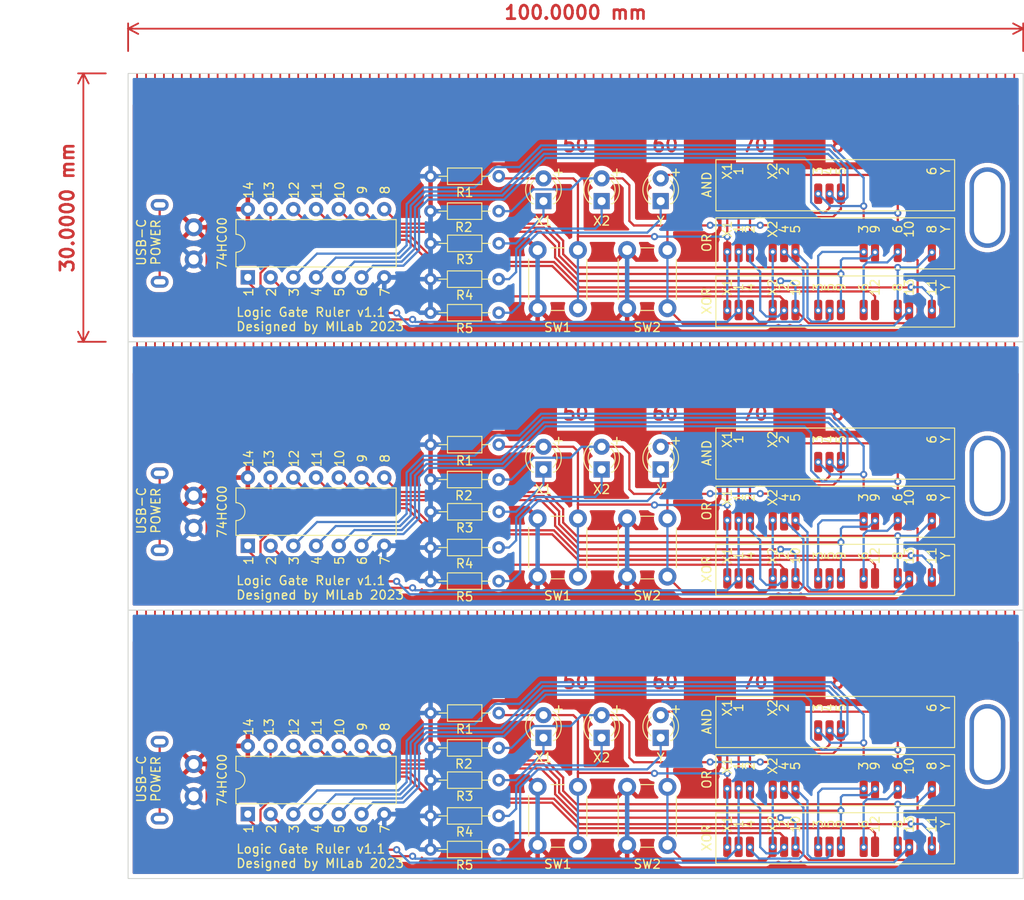
<source format=kicad_pcb>
(kicad_pcb (version 20211014) (generator pcbnew)
  (layers (0 "F.Cu" signal) (31 "B.Cu" signal) (34 "B.Paste" user) (35 "F.Paste" user) (36 "B.SilkS" user "B.Silkscreen") (37 "F.SilkS" user "F.Silkscreen") (38 "B.Mask" user) (39 "F.Mask" user) (44 "Edge.Cuts" user))
  (net 0 "")
  (net 1 "/X1")
  (net 2 "GND")
  (net 3 "/74HC00-1")
  (net 4 "Net-(D1-Pad1)")
  (net 5 "Net-(D2-Pad1)")
  (net 6 "Net-(D3-Pad1)")
  (net 7 "/74HC00-4")
  (net 8 "/X2")
  (net 9 "/74HC00-2")
  (net 10 "/74HC00-10")
  (net 11 "+5V")
  (net 12 "unconnected-(J1-PadS1)")
  (net 13 "/74HC00-3")
  (net 14 "/74HC00-5")
  (net 15 "/74HC00-9")
  (net 16 "/74HC00-6")
  (net 17 "/74HC00-12")
  (net 18 "/74HC00-8")
  (net 19 "/74HC00-13")
  (net 20 "/74HC00-11")
  (net 21 "/Y")
  (footprint "LED_THT:LED_D3.0mm" (layer "F.Cu") (at 91.5 111.275 90)
    (fp_text reference "Y")
    (fp_text value "LED")
  )
  (footprint "Resistor_THT:R_Axial_DIN0204_L3.6mm_D1.6mm_P7.62mm_Horizontal" (layer "F.Cu") (at 73.41 86 180)
    (fp_text reference "R3")
    (fp_text value "R")
  )
  (footprint "simpleLogicCircuit:USB-C-A295-CTRPB-1" (layer "F.Cu") (at 31.925 56 -90)
    (fp_text reference "USB-C PWR" hide)
    (fp_text value "USB_C_Receptacle_PowerOnly_6P")
  )
  (footprint "simpleLogicCircuit:ruler_10cm" (layer "F.Cu") (at 32 67)
    (fp_text reference "REF**" hide)
    (fp_text value "ruler_10cm")
  )
  (footprint "LED_THT:LED_D3.0mm" (layer "F.Cu") (at 91.5 51.275 90)
    (fp_text reference "Y")
    (fp_text value "LED")
  )
  (footprint "Button_Switch_THT:SW_PUSH_6mm" (layer "F.Cu") (at 87.75 93.25 90)
    (fp_text reference "SW2")
    (fp_text value "SW_Push")
  )
  (footprint "Resistor_THT:R_Axial_DIN0204_L3.6mm_D1.6mm_P7.62mm_Horizontal" (layer "F.Cu") (at 73.4 93.754 180)
    (fp_text reference "R5")
    (fp_text value "R")
  )
  (footprint "simpleLogicCircuit:pads_of_or" (layer "F.Cu") (at 98.935 56.9525)
    (fp_text reference "OR")
    (fp_text value "Pads_OR")
  )
  (footprint "simpleLogicCircuit:pads_of_or" (layer "F.Cu") (at 98.935 116.9525)
    (fp_text reference "OR")
    (fp_text value "Pads_OR")
  )
  (footprint "simpleLogicCircuit:pads_of_xor" (layer "F.Cu") (at 98.935 63.4525)
    (fp_text reference "XOR")
    (fp_text value "Pads_XOR")
  )
  (footprint "Resistor_THT:R_Axial_DIN0204_L3.6mm_D1.6mm_P7.62mm_Horizontal" (layer "F.Cu") (at 73.41 116 180)
    (fp_text reference "R3")
    (fp_text value "R")
  )
  (footprint "Resistor_THT:R_Axial_DIN0204_L3.6mm_D1.6mm_P7.62mm_Horizontal" (layer "F.Cu") (at 73.41 78.5 180)
    (fp_text reference "R1")
    (fp_text value "10k")
  )
  (footprint "simpleLogicCircuit:USB-C-A295-CTRPB-1" (layer "F.Cu") (at 31.925 116 -90)
    (fp_text reference "USB-C PWR" hide)
    (fp_text value "USB_C_Receptacle_PowerOnly_6P")
  )
  (footprint "Package_DIP:DIP-14_W7.62mm" (layer "F.Cu") (at 45.375 119.8 90)
    (fp_text reference "74HC00")
    (fp_text value "74HC00")
  )
  (footprint "Resistor_THT:R_Axial_DIN0204_L3.6mm_D1.6mm_P7.62mm_Horizontal" (layer "F.Cu") (at 73.4 90 180)
    (fp_text reference "R4")
    (fp_text value "R")
  )
  (footprint "Resistor_THT:R_Axial_DIN0204_L3.6mm_D1.6mm_P7.62mm_Horizontal" (layer "F.Cu") (at 73.41 56 180)
    (fp_text reference "R3")
    (fp_text value "R")
  )
  (footprint "simpleLogicCircuit:ruler_10cm" (layer "F.Cu") (at 32 37)
    (fp_text reference "REF**" hide)
    (fp_text value "ruler_10cm")
  )
  (footprint "simpleLogicCircuit:ruler_10cm" (layer "F.Cu") (at 32 97)
    (fp_text reference "REF**" hide)
    (fp_text value "ruler_10cm")
  )
  (footprint "Resistor_THT:R_Axial_DIN0204_L3.6mm_D1.6mm_P7.62mm_Horizontal" (layer "F.Cu") (at 73.41 108.5 180)
    (fp_text reference "R1")
    (fp_text value "10k")
  )
  (footprint "LED_THT:LED_D3.0mm" (layer "F.Cu") (at 78.4 111.275 90)
    (fp_text reference "X1")
    (fp_text value "LED")
  )
  (footprint "LED_THT:LED_D3.0mm" (layer "F.Cu") (at 91.5 81.275 90)
    (fp_text reference "Y")
    (fp_text value "LED")
  )
  (footprint "Resistor_THT:R_Axial_DIN0204_L3.6mm_D1.6mm_P7.62mm_Horizontal" (layer "F.Cu") (at 73.4 52.4 180)
    (fp_text reference "R2")
    (fp_text value "10k")
  )
  (footprint "Package_DIP:DIP-14_W7.62mm" (layer "F.Cu") (at 45.375 59.8 90)
    (fp_text reference "74HC00")
    (fp_text value "74HC00")
  )
  (footprint "Button_Switch_THT:SW_PUSH_6mm" (layer "F.Cu") (at 77.75 63.25 90)
    (fp_text reference "SW1")
    (fp_text value "SW_Push")
  )
  (footprint "Button_Switch_THT:SW_PUSH_6mm" (layer "F.Cu") (at 87.75 123.25 90)
    (fp_text reference "SW2")
    (fp_text value "SW_Push")
  )
  (footprint "Resistor_THT:R_Axial_DIN0204_L3.6mm_D1.6mm_P7.62mm_Horizontal" (layer "F.Cu") (at 73.4 82.4 180)
    (fp_text reference "R2")
    (fp_text value "10k")
  )
  (footprint "Resistor_THT:R_Axial_DIN0204_L3.6mm_D1.6mm_P7.62mm_Horizontal" (layer "F.Cu") (at 73.4 120 180)
    (fp_text reference "R4")
    (fp_text value "R")
  )
  (footprint "Package_DIP:DIP-14_W7.62mm" (layer "F.Cu") (at 45.375 89.8 90)
    (fp_text reference "74HC00")
    (fp_text value "74HC00")
  )
  (footprint "simpleLogicCircuit:pads_of_and" (layer "F.Cu") (at 98.935 80.4525)
    (fp_text reference "AND")
    (fp_text value "Pads_AND")
  )
  (footprint "LED_THT:LED_D3.0mm" (layer "F.Cu") (at 84.9 81.275 90)
    (fp_text reference "X2")
    (fp_text value "LED")
  )
  (footprint "Resistor_THT:R_Axial_DIN0204_L3.6mm_D1.6mm_P7.62mm_Horizontal" (layer "F.Cu") (at 73.4 123.754 180)
    (fp_text reference "R5")
    (fp_text value "R")
  )
  (footprint "Resistor_THT:R_Axial_DIN0204_L3.6mm_D1.6mm_P7.62mm_Horizontal" (layer "F.Cu") (at 73.41 48.5 180)
    (fp_text reference "R1")
    (fp_text value "10k")
  )
  (footprint "Button_Switch_THT:SW_PUSH_6mm" (layer "F.Cu") (at 77.75 93.25 90)
    (fp_text reference "SW1")
    (fp_text value "SW_Push")
  )
  (footprint "simpleLogicCircuit:pads_of_and" (layer "F.Cu") (at 98.935 110.4525)
    (fp_text reference "AND")
    (fp_text value "Pads_AND")
  )
  (footprint "Button_Switch_THT:SW_PUSH_6mm" (layer "F.Cu") (at 77.75 123.25 90)
    (fp_text reference "SW1")
    (fp_text value "SW_Push")
  )
  (footprint "Resistor_THT:R_Axial_DIN0204_L3.6mm_D1.6mm_P7.62mm_Horizontal" (layer "F.Cu") (at 73.4 112.4 180)
    (fp_text reference "R2")
    (fp_text value "10k")
  )
  (footprint "LED_THT:LED_D3.0mm" (layer "F.Cu") (at 78.4 51.275 90)
    (fp_text reference "X1")
    (fp_text value "LED")
  )
  (footprint "simpleLogicCircuit:pads_of_and" (layer "F.Cu") (at 98.935 50.4525)
    (fp_text reference "AND")
    (fp_text value "Pads_AND")
  )
  (footprint "simpleLogicCircuit:pads_of_xor" (layer "F.Cu") (at 98.935 123.4525)
    (fp_text reference "XOR")
    (fp_text value "Pads_XOR")
  )
  (footprint "simpleLogicCircuit:pads_of_xor" (layer "F.Cu") (at 98.935 93.4525)
    (fp_text reference "XOR")
    (fp_text value "Pads_XOR")
  )
  (footprint "simpleLogicCircuit:pads_of_or" (layer "F.Cu") (at 98.935 86.9525)
    (fp_text reference "OR")
    (fp_text value "Pads_OR")
  )
  (footprint "Resistor_THT:R_Axial_DIN0204_L3.6mm_D1.6mm_P7.62mm_Horizontal" (layer "F.Cu") (at 73.4 63.754 180)
    (fp_text reference "R5")
    (fp_text value "R")
  )
  (footprint "simpleLogicCircuit:USB-C-A295-CTRPB-1" (layer "F.Cu") (at 31.925 86 -90)
    (fp_text reference "USB-C PWR" hide)
    (fp_text value "USB_C_Receptacle_PowerOnly_6P")
  )
  (footprint "LED_THT:LED_D3.0mm" (layer "F.Cu") (at 84.9 111.275 90)
    (fp_text reference "X2")
    (fp_text value "LED")
  )
  (footprint "simpleLogicCircuit:keyringhole" (layer "F.Cu") (at 128 52)
    (fp_text reference "REF**" hide)
    (fp_text value "keyringhole" hide)
  )
  (footprint "simpleLogicCircuit:keyringhole" (layer "F.Cu") (at 128 112)
    (fp_text reference "REF**" hide)
    (fp_text value "keyringhole" hide)
  )
  (footprint "Resistor_THT:R_Axial_DIN0204_L3.6mm_D1.6mm_P7.62mm_Horizontal" (layer "F.Cu") (at 73.4 60 180)
    (fp_text reference "R4")
    (fp_text value "R")
  )
  (footprint "LED_THT:LED_D3.0mm" (layer "F.Cu") (at 78.4 81.275 90)
    (fp_text reference "X1")
    (fp_text value "LED")
  )
  (footprint "LED_THT:LED_D3.0mm" (layer "F.Cu") (at 84.9 51.275 90)
    (fp_text reference "X2")
    (fp_text value "LED")
  )
  (footprint "simpleLogicCircuit:keyringhole" (layer "F.Cu") (at 128 82)
    (fp_text reference "REF**" hide)
    (fp_text value "keyringhole" hide)
  )
  (footprint "Button_Switch_THT:SW_PUSH_6mm" (layer "F.Cu") (at 87.75 63.25 90)
    (fp_text reference "SW2")
    (fp_text value "SW_Push")
  )
  (footprint "simpleLogicCircuit:logo_text_nitkc" (layer "B.Cu") (at 81.5 42 180)
    (fp_text reference "G***" hide)
    (fp_text value "LOGO" hide)
  )
  (footprint "simpleLogicCircuit:logo_text_nitkc" (layer "B.Cu") (at 81.5 102 180)
    (fp_text reference "G***" hide)
    (fp_text value "LOGO" hide)
  )
  (footprint "simpleLogicCircuit:logo_text_nitkc" (layer "B.Cu") (at 81.5 72 180)
    (fp_text reference "G***" hide)
    (fp_text value "LOGO" hide)
  )
  (gr_rect (start 32 37) (end 132 67) (layer "Edge.Cuts") (width 0.1) (fill none))
  (gr_rect (start 32 67) (end 132 97) (layer "Edge.Cuts") (width 0.1) (fill none))
  (gr_rect (start 32 97) (end 132 127) (layer "Edge.Cuts") (width 0.1) (fill none))
  (gr_text "11" (at 53.086 80.038 90) (layer "F.SilkS") (effects (font (size 1 1))))
  (gr_text "12" (at 50.546 50.038 90) (layer "F.SilkS") (effects (font (size 1 1))))
  (gr_text "12" (at 50.546 80.038 90) (layer "F.SilkS") (effects (font (size 1 1))))
  (gr_text "+" (at 80.1 48) (layer "F.SilkS") (effects (font (size 1 1))))
  (gr_text "Logic Gate Ruler v1.1\nDesigned by MILab 2023" (at 44 94.5) (layer "F.SilkS") (effects (font (size 1 1)) (justify left)))
  (gr_text "+" (at 93.2 48) (layer "F.SilkS") (effects (font (size 1 1))))
  (gr_text "14" (at 45.466 50.038 90) (layer "F.SilkS") (effects (font (size 1 1))))
  (gr_text "2" (at 48.006 61.468 90) (layer "F.SilkS") (effects (font (size 1 1))))
  (gr_text "USB-C\nPOWER" (at 34.29 55.88 90) (layer "F.SilkS") (effects (font (size 1 1))))
  (gr_text "9" (at 58.166 110.038 90) (layer "F.SilkS") (effects (font (size 1 1))))
  (gr_text "13" (at 47.752 50.038 90) (layer "F.SilkS") (effects (font (size 1 1))))
  (gr_text "7" (at 60.706 121.468 90) (layer "F.SilkS") (effects (font (size 1 1))))
  (gr_text "4" (at 53.086 91.468 90) (layer "F.SilkS") (effects (font (size 1 1))))
  (gr_text "2" (at 48.006 91.468 90) (layer "F.SilkS") (effects (font (size 1 1))))
  (gr_text "+" (at 93.2 108) (layer "F.SilkS") (effects (font (size 1 1))))
  (gr_text "5" (at 55.626 121.468 90) (layer "F.SilkS") (effects (font (size 1 1))))
  (gr_text "3" (at 50.546 121.468 90) (layer "F.SilkS") (effects (font (size 1 1))))
  (gr_text "14" (at 45.466 80.038 90) (layer "F.SilkS") (effects (font (size 1 1))))
  (gr_text "6" (at 58.166 91.468 90) (layer "F.SilkS") (effects (font (size 1 1))))
  (gr_text "9" (at 58.166 50.038 90) (layer "F.SilkS") (effects (font (size 1 1))))
  (gr_text "6" (at 58.166 61.468 90) (layer "F.SilkS") (effects (font (size 1 1))))
  (gr_text "+" (at 86.6 48) (layer "F.SilkS") (effects (font (size 1 1))))
  (gr_text "+" (at 93.2 78) (layer "F.SilkS") (effects (font (size 1 1))))
  (gr_text "Logic Gate Ruler v1.1\nDesigned by MILab 2023" (at 44 124.5) (layer "F.SilkS") (effects (font (size 1 1)) (justify left)))
  (gr_text "1" (at 45.466 61.468 90) (layer "F.SilkS") (effects (font (size 1 1))))
  (gr_text "+" (at 86.6 108) (layer "F.SilkS") (effects (font (size 1 1))))
  (gr_text "1" (at 45.466 91.468 90) (layer "F.SilkS") (effects (font (size 1 1))))
  (gr_text "2" (at 48.006 121.468 90) (layer "F.SilkS") (effects (font (size 1 1))))
  (gr_text "3" (at 50.546 91.468 90) (layer "F.SilkS") (effects (font (size 1 1))))
  (gr_text "+" (at 80.1 108) (layer "F.SilkS") (effects (font (size 1 1))))
  (gr_text "10" (at 55.626 110.038 90) (layer "F.SilkS") (effects (font (size 1 1))))
  (gr_text "+" (at 86.6 78) (layer "F.SilkS") (effects (font (size 1 1))))
  (gr_text "1" (at 45.466 121.468 90) (layer "F.SilkS") (effects (font (size 1 1))))
  (gr_text "4" (at 53.086 121.468 90) (layer "F.SilkS") (effects (font (size 1 1))))
  (gr_text "11" (at 53.086 110.038 90) (layer "F.SilkS") (effects (font (size 1 1))))
  (gr_text "6" (at 58.166 121.468 90) (layer "F.SilkS") (effects (font (size 1 1))))
  (gr_text "13" (at 47.752 80.038 90) (layer "F.SilkS") (effects (font (size 1 1))))
  (gr_text "14" (at 45.466 110.038 90) (layer "F.SilkS") (effects (font (size 1 1))))
  (gr_text "3" (at 50.546 61.468 90) (layer "F.SilkS") (effects (font (size 1 1))))
  (gr_text "10" (at 55.626 80.038 90) (layer "F.SilkS") (effects (font (size 1 1))))
  (gr_text "4" (at 53.086 61.468 90) (layer "F.SilkS") (effects (font (size 1 1))))
  (gr_text "+" (at 80.1 78) (layer "F.SilkS") (effects (font (size 1 1))))
  (gr_text "11" (at 53.086 50.038 90) (layer "F.SilkS") (effects (font (size 1 1))))
  (gr_text "USB-C\nPOWER" (at 34.29 85.88 90) (layer "F.SilkS") (effects (font (size 1 1))))
  (gr_text "9" (at 58.166 80.038 90) (layer "F.SilkS") (effects (font (size 1 1))))
  (gr_text "USB-C\nPOWER" (at 34.29 115.88 90) (layer "F.SilkS") (effects (font (size 1 1))))
  (gr_text "Logic Gate Ruler v1.1\nDesigned by MILab 2023" (at 44 64.5) (layer "F.SilkS") (effects (font (size 1 1)) (justify left)))
  (gr_text "10" (at 55.626 50.038 90) (layer "F.SilkS") (effects (font (size 1 1))))
  (gr_text "7" (at 60.706 91.468 90) (layer "F.SilkS") (effects (font (size 1 1))))
  (gr_text "12" (at 50.546 110.038 90) (layer "F.SilkS") (effects (font (size 1 1))))
  (gr_text "8" (at 60.706 80.038 90) (layer "F.SilkS") (effects (font (size 1 1))))
  (gr_text "7" (at 60.706 61.468 90) (layer "F.SilkS") (effects (font (size 1 1))))
  (gr_text "5" (at 55.626 91.468 90) (layer "F.SilkS") (effects (font (size 1 1))))
  (gr_text "8" (at 60.706 50.038 90) (layer "F.SilkS") (effects (font (size 1 1))))
  (gr_text "8" (at 60.706 110.038 90) (layer "F.SilkS") (effects (font (size 1 1))))
  (gr_text "5" (at 55.626 61.468 90) (layer "F.SilkS") (effects (font (size 1 1))))
  (gr_text "13" (at 47.752 110.038 90) (layer "F.SilkS") (effects (font (size 1 1))))
  (dimension (type aligned) (layer "F.Cu") (pts (xy 30 37) (xy 30 67)) (height 2.999999) (gr_text "30.0000 mm" (at 25.200001 52 90) (layer "F.Cu") (effects (font (size 1.5 1.5) (thickness 0.3)))) (format (units 3) (units_format 1) (precision 4)) (style (thickness 0.2) (arrow_length 1.27) (text_position_mode 0) (extension_height 0.58642) (extension_offset 0.5) keep_text_aligned))
  (dimension (type aligned) (layer "F.Cu") (pts (xy 32 35) (xy 132 35)) (height -3) (gr_text "100.0000 mm" (at 82 30.2) (layer "F.Cu") (effects (font (size 1.5 1.5) (thickness 0.3)))) (format (units 3) (units_format 1) (precision 4)) (style (thickness 0.2) (arrow_length 1.27) (text_position_mode 0) (extension_height 0.58642) (extension_offset 0.5) keep_text_aligned))
  (segment (start 98.935 110.4525) (end 98.935 115.247) (width 0.25) (layer "F.Cu") (net 1))
  (segment (start 82.25 55.199) (end 82.25 56.75) (width 0.25) (layer "F.Cu") (net 1))
  (segment (start 98.935 115.247) (end 98.935 116.9525) (width 0.25) (layer "F.Cu") (net 1))
  (segment (start 98.935 55.247) (end 98.935 56.9525) (width 0.25) (layer "F.Cu") (net 1))
  (segment (start 90.759 115.199) (end 90.805 115.245) (width 0.25) (layer "F.Cu") (net 1))
  (segment (start 78.4 78.735) (end 73.645 78.735) (width 0.25) (layer "F.Cu") (net 1))
  (segment (start 78.4 78.735) (end 81.735 78.735) (width 0.25) (layer "F.Cu") (net 1))
  (segment (start 82.25 85.199) (end 90.759 85.199) (width 0.25) (layer "F.Cu") (net 1))
  (segment (start 78.4 108.735) (end 73.645 108.735) (width 0.25) (layer "F.Cu") (net 1))
  (segment (start 73.645 78.735) (end 73.41 78.5) (width 0.25) (layer "F.Cu") (net 1))
  (segment (start 73.645 108.735) (end 73.41 108.5) (width 0.25) (layer "F.Cu") (net 1))
  (segment (start 81.735 108.735) (end 82.25 109.25) (width 0.25) (layer "F.Cu") (net 1))
  (segment (start 82.25 79.25) (end 82.25 85.199) (width 0.25) (layer "F.Cu") (net 1))
  (segment (start 82.25 85.199) (end 82.25 86.75) (width 0.25) (layer "F.Cu") (net 1))
  (segment (start 98.935 80.4525) (end 98.935 85.247) (width 0.25) (layer "F.Cu") (net 1))
  (segment (start 81.735 48.735) (end 82.25 49.25) (width 0.25) (layer "F.Cu") (net 1))
  (segment (start 73.645 48.735) (end 73.41 48.5) (width 0.25) (layer "F.Cu") (net 1))
  (segment (start 90.759 85.199) (end 90.805 85.245) (width 0.25) (layer "F.Cu") (net 1))
  (segment (start 82.25 109.25) (end 82.25 115.199) (width 0.25) (layer "F.Cu") (net 1))
  (segment (start 81.735 78.735) (end 82.25 79.25) (width 0.25) (layer "F.Cu") (net 1))
  (segment (start 98.935 85.247) (end 98.935 86.9525) (width 0.25) (layer "F.Cu") (net 1))
  (segment (start 78.4 108.735) (end 81.735 108.735) (width 0.25) (layer "F.Cu") (net 1))
  (segment (start 82.25 49.25) (end 82.25 55.199) (width 0.25) (layer "F.Cu") (net 1))
  (segment (start 90.759 55.199) (end 90.805 55.245) (width 0.25) (layer "F.Cu") (net 1))
  (segment (start 82.25 115.199) (end 90.759 115.199) (width 0.25) (layer "F.Cu") (net 1))
  (segment (start 78.4 48.735) (end 73.645 48.735) (width 0.25) (layer "F.Cu") (net 1))
  (segment (start 78.4 48.735) (end 81.735 48.735) (width 0.25) (layer "F.Cu") (net 1))
  (segment (start 82.25 55.199) (end 90.759 55.199) (width 0.25) (layer "F.Cu") (net 1))
  (segment (start 82.25 115.199) (end 82.25 116.75) (width 0.25) (layer "F.Cu") (net 1))
  (segment (start 98.935 50.4525) (end 98.935 55.247) (width 0.25) (layer "F.Cu") (net 1))
  (via (at 98.933 63.5) (size 0.8) (drill 0.4) (layers "F.Cu" "B.Cu") (net 1))
  (via (at 98.935 85.247) (size 0.8) (drill 0.4) (layers "F.Cu" "B.Cu") (net 1))
  (via (at 98.933 123.5) (size 0.8) (drill 0.4) (layers "F.Cu" "B.Cu") (net 1))
  (via (at 90.805 55.245) (size 0.8) (drill 0.4) (layers "F.Cu" "B.Cu") (net 1))
  (via (at 90.805 85.245) (size 0.8) (drill 0.4) (layers "F.Cu" "B.Cu") (net 1))
  (via (at 98.935 55.247) (size 0.8) (drill 0.4) (layers "F.Cu" "B.Cu") (net 1))
  (via (at 90.805 115.245) (size 0.8) (drill 0.4) (layers "F.Cu" "B.Cu") (net 1))
  (via (at 98.935 56.9525) (size 0.8) (drill 0.4) (layers "F.Cu" "B.Cu") (net 1))
  (via (at 98.935 116.9525) (size 0.8) (drill 0.4) (layers "F.Cu" "B.Cu") (net 1))
  (via (at 98.935 115.247) (size 0.8) (drill 0.4) (layers "F.Cu" "B.Cu") (net 1))
  (via (at 98.933 93.5) (size 0.8) (drill 0.4) (layers "F.Cu" "B.Cu") (net 1))
  (via (at 98.935 86.9525) (size 0.8) (drill 0.4) (layers "F.Cu" "B.Cu") (net 1))
  (segment (start 98.935 116.9525) (end 98.935 123.498) (width 0.25) (layer "B.Cu") (net 1))
  (segment (start 82.25 86.75) (end 82.25 93.25) (width 0.25) (layer "B.Cu") (net 1))
  (segment (start 98.933 55.245) (end 98.935 55.247) (width 0.25) (layer "B.Cu") (net 1))
  (segment (start 82.25 116.75) (end 82.25 123.25) (width 0.25) (layer "B.Cu") (net 1))
  (segment (start 98.935 123.498) (end 98.933 123.5) (width 0.25) (layer "B.Cu") (net 1))
  (segment (start 98.935 93.498) (end 98.933 93.5) (width 0.25) (layer "B.Cu") (net 1))
  (segment (start 90.805 115.245) (end 98.933 115.245) (width 0.25) (layer "B.Cu") (net 1))
  (segment (start 98.933 115.245) (end 98.935 115.247) (width 0.25) (layer "B.Cu") (net 1))
  (segment (start 98.935 86.9525) (end 98.935 93.498) (width 0.25) (layer "B.Cu") (net 1))
  (segment (start 98.933 85.245) (end 98.935 85.247) (width 0.25) (layer "B.Cu") (net 1))
  (segment (start 98.935 63.498) (end 98.933 63.5) (width 0.25) (layer "B.Cu") (net 1))
  (segment (start 82.25 56.75) (end 82.25 63.25) (width 0.25) (layer "B.Cu") (net 1))
  (segment (start 98.935 56.9525) (end 98.935 63.498) (width 0.25) (layer "B.Cu") (net 1))
  (segment (start 90.805 85.245) (end 98.933 85.245) (width 0.25) (layer "B.Cu") (net 1))
  (segment (start 90.805 55.245) (end 98.933 55.245) (width 0.25) (layer "B.Cu") (net 1))
  (segment (start 65.79 82.39) (end 65.78 82.4) (width 0.5) (layer "F.Cu") (net 2))
  (segment (start 65.79 52.39) (end 65.78 52.4) (width 0.5) (layer "F.Cu") (net 2))
  (segment (start 65.79 112.39) (end 65.78 112.4) (width 0.5) (layer "F.Cu") (net 2))
  (segment (start 65.79 108.5) (end 65.79 112.39) (width 0.5) (layer "F.Cu") (net 2))
  (segment (start 65.79 48.5) (end 65.79 52.39) (width 0.5) (layer "F.Cu") (net 2))
  (segment (start 65.79 78.5) (end 65.79 82.39) (width 0.5) (layer "F.Cu") (net 2))
  (segment (start 65.78 52.4) (end 65.78 55.99) (width 0.5) (layer "B.Cu") (net 2))
  (segment (start 65.78 90) (end 65.78 93.754) (width 0.5) (layer "B.Cu") (net 2))
  (segment (start 39.325 87.8) (end 42.74 91.215) (width 0.5) (layer "B.Cu") (net 2))
  (segment (start 63.864 59.8) (end 64.064 60) (width 0.5) (layer "B.Cu") (net 2))
  (segment (start 65.78 112.4) (end 65.78 115.99) (width 0.5) (layer "B.Cu") (net 2))
  (segment (start 64.064 90) (end 65.78 90) (width 0.5) (layer "B.Cu") (net 2))
  (segment (start 65.79 56) (end 65.79 58.416) (width 0.5) (layer "B.Cu") (net 2))
  (segment (start 65.78 115.99) (end 65.79 116) (width 0.5) (layer "B.Cu") (net 2))
  (segment (start 65.79 118.416) (end 65.79 119.99) (width 0.5) (layer "B.Cu") (net 2))
  (segment (start 59.2 61.215) (end 58.885 61.215) (width 0.5) (layer "B.Cu") (net 2))
  (segment (start 65.79 116) (end 65.79 118.416) (width 0.5) (layer "B.Cu") (net 2))
  (segment (start 65.78 85.99) (end 65.79 86) (width 0.5) (layer "B.Cu") (net 2))
  (segment (start 65.79 58.416) (end 65.79 59.99) (width 0.5) (layer "B.Cu") (net 2))
  (segment (start 60.615 59.8) (end 63.864 59.8) (width 0.5) (layer "B.Cu") (net 2))
  (segment (start 39.325 57.8) (end 42.74 61.215) (width 0.5) (layer "B.Cu") (net 2))
  (segment (start 65.78 120) (end 65.78 123.754) (width 0.5) (layer "B.Cu") (net 2))
  (segment (start 42.74 61.215) (end 58.885 61.215) (width 0.5) (layer "B.Cu") (net 2))
  (segment (start 63.864 119.8) (end 64.064 120) (width 0.5) (layer "B.Cu") (net 2))
  (segment (start 63.864 89.8) (end 64.064 90) (width 0.5) (layer "B.Cu") (net 2))
  (segment (start 65.79 86) (end 65.79 88.416) (width 0.5) (layer "B.Cu") (net 2))
  (segment (start 64.064 60) (end 65.78 60) (width 0.5) (layer "B.Cu") (net 2))
  (segment (start 60.615 89.8) (end 59.2 91.215) (width 0.5) (layer "B.Cu") (net 2))
  (segment (start 65.78 55.99) (end 65.79 56) (width 0.5) (layer "B.Cu") (net 2))
  (segment (start 59.2 91.215) (end 58.885 91.215) (width 0.5) (layer "B.Cu") (net 2))
  (segment (start 59.2 121.215) (end 58.885 121.215) (width 0.5) (layer "B.Cu") (net 2))
  (segment (start 60.615 89.8) (end 63.864 89.8) (width 0.5) (layer "B.Cu") (net 2))
  (segment (start 65.78 60) (end 65.78 63.754) (width 0.5) (layer "B.Cu") (net 2))
  (segment (start 65.78 82.4) (end 65.78 85.99) (width 0.5) (layer "B.Cu") (net 2))
  (segment (start 60.615 119.8) (end 63.864 119.8) (width 0.5) (layer "B.Cu") (net 2))
  (segment (start 60.615 59.8) (end 59.2 61.215) (width 0.5) (layer "B.Cu") (net 2))
  (segment (start 42.74 121.215) (end 58.885 121.215) (width 0.5) (layer "B.Cu") (net 2))
  (segment (start 64.064 120) (end 65.78 120) (width 0.5) (layer "B.Cu") (net 2))
  (segment (start 65.79 88.416) (end 65.79 89.99) (width 0.5) (layer "B.Cu") (net 2))
  (segment (start 42.74 91.215) (end 58.885 91.215) (width 0.5) (layer "B.Cu") (net 2))
  (segment (start 60.615 119.8) (end 59.2 121.215) (width 0.5) (layer "B.Cu") (net 2))
  (segment (start 39.325 117.8) (end 42.74 121.215) (width 0.5) (layer "B.Cu") (net 2))
  (segment (start 100.205 80.4525) (end 100.205 86.9525) (width 0.25) (layer "F.Cu") (net 3))
  (segment (start 100.205 50.4525) (end 100.205 56.9525) (width 0.25) (layer "F.Cu") (net 3))
  (segment (start 63.779 94.5045) (end 49.568104 94.5045) (width 0.25) (layer "F.Cu") (net 3))
  (segment (start 100.205 110.4525) (end 100.205 116.9525) (width 0.25) (layer "F.Cu") (net 3))
  (segment (start 49.568104 124.5045) (end 45.375 120.311396) (width 0.25) (layer "F.Cu") (net 3))
  (segment (start 45.375 120.311396) (end 45.375 119.8) (width 0.25) (layer "F.Cu") (net 3))
  (segment (start 45.375 60.311396) (end 45.375 59.8) (width 0.25) (layer "F.Cu") (net 3))
  (segment (start 63.779 124.5045) (end 49.568104 124.5045) (width 0.25) (layer "F.Cu") (net 3))
  (segment (start 49.568104 94.5045) (end 45.375 90.311396) (width 0.25) (layer "F.Cu") (net 3))
  (segment (start 45.375 90.311396) (end 45.375 89.8) (width 0.25) (layer "F.Cu") (net 3))
  (segment (start 49.568104 64.5045) (end 45.375 60.311396) (width 0.25) (layer "F.Cu") (net 3))
  (segment (start 63.779 64.5045) (end 49.568104 64.5045) (width 0.25) (layer "F.Cu") (net 3))
  (via (at 100.205 116.9525) (size 0.8) (drill 0.4) (layers "F.Cu" "B.Cu") (net 3))
  (via (at 63.779 124.5045) (size 0.8) (drill 0.4) (layers "F.Cu" "B.Cu") (net 3))
  (via (at 63.779 64.5045) (size 0.8) (drill 0.4) (layers "F.Cu" "B.Cu") (net 3))
  (via (at 100.205 56.9525) (size 0.8) (drill 0.4) (layers "F.Cu" "B.Cu") (net 3))
  (via (at 63.779 94.5045) (size 0.8) (drill 0.4) (layers "F.Cu" "B.Cu") (net 3))
  (via (at 100.203 63.5) (size 0.8) (drill 0.4) (layers "F.Cu" "B.Cu") (net 3))
  (via (at 100.205 86.9525) (size 0.8) (drill 0.4) (layers "F.Cu" "B.Cu") (net 3))
  (via (at 100.203 93.5) (size 0.8) (drill 0.4) (layers "F.Cu" "B.Cu") (net 3))
  (via (at 100.203 123.5) (size 0.8) (drill 0.4) (layers "F.Cu" "B.Cu") (net 3))
  (segment (start 64.0535 124.779) (end 98.924 124.779) (width 0.25) (layer "B.Cu") (net 3))
  (segment (start 98.924 124.779) (end 100.203 123.5) (width 0.25) (layer "B.Cu") (net 3))
  (segment (start 100.203 93.5) (end 100.203 86.9545) (width 0.25) (layer "B.Cu") (net 3))
  (segment (start 100.203 86.9545) (end 100.205 86.9525) (width 0.25) (layer "B.Cu") (net 3))
  (segment (start 63.779 94.5045) (end 64.0535 94.779) (width 0.25) (layer "B.Cu") (net 3))
  (segment (start 100.203 56.9545) (end 100.205 56.9525) (width 0.25) (layer "B.Cu") (net 3))
  (segment (start 64.0535 94.779) (end 98.924 94.779) (width 0.25) (layer "B.Cu") (net 3))
  (segment (start 98.924 64.779) (end 100.203 63.5) (width 0.25) (layer "B.Cu") (net 3))
  (segment (start 63.779 64.5045) (end 64.0535 64.779) (width 0.25) (layer "B.Cu") (net 3))
  (segment (start 100.203 116.9545) (end 100.205 116.9525) (width 0.25) (layer "B.Cu") (net 3))
  (segment (start 64.0535 64.779) (end 98.924 64.779) (width 0.25) (layer "B.Cu") (net 3))
  (segment (start 100.203 123.5) (end 100.203 116.9545) (width 0.25) (layer "B.Cu") (net 3))
  (segment (start 100.203 63.5) (end 100.203 56.9545) (width 0.25) (layer "B.Cu") (net 3))
  (segment (start 98.924 94.779) (end 100.203 93.5) (width 0.25) (layer "B.Cu") (net 3))
  (segment (start 63.779 124.5045) (end 64.0535 124.779) (width 0.25) (layer "B.Cu") (net 3))
  (segment (start 78.4 52.927208) (end 78.4 51.275) (width 0.25) (layer "B.Cu") (net 4))
  (segment (start 73.41 116) (end 75.327208 116) (width 0.25) (layer "B.Cu") (net 4))
  (segment (start 73.41 86) (end 75.327208 86) (width 0.25) (layer "B.Cu") (net 4))
  (segment (start 78.4 112.927208) (end 78.4 111.275) (width 0.25) (layer "B.Cu") (net 4))
  (segment (start 73.41 56) (end 75.327208 56) (width 0.25) (layer "B.Cu") (net 4))
  (segment (start 75.327208 86) (end 78.4 82.927208) (width 0.25) (layer "B.Cu") (net 4))
  (segment (start 75.327208 56) (end 78.4 52.927208) (width 0.25) (layer "B.Cu") (net 4))
  (segment (start 78.4 82.927208) (end 78.4 81.275) (width 0.25) (layer "B.Cu") (net 4))
  (segment (start 75.327208 116) (end 78.4 112.927208) (width 0.25) (layer "B.Cu") (net 4))
  (segment (start 84.9 83.65) (end 84.9 81.275) (width 0.25) (layer "B.Cu") (net 5))
  (segment (start 84.9 53.65) (end 84.9 51.275) (width 0.25) (layer "B.Cu") (net 5))
  (segment (start 77.613604 54.35) (end 84.2 54.35) (width 0.25) (layer "B.Cu") (net 5))
  (segment (start 75.35 86.613604) (end 77.613604 84.35) (width 0.25) (layer "B.Cu") (net 5))
  (segment (start 75.35 56.613604) (end 77.613604 54.35) (width 0.25) (layer "B.Cu") (net 5))
  (segment (start 84.2 54.35) (end 84.9 53.65) (width 0.25) (layer "B.Cu") (net 5))
  (segment (start 75.35 119.2) (end 75.35 116.613604) (width 0.25) (layer "B.Cu") (net 5))
  (segment (start 77.613604 114.35) (end 84.2 114.35) (width 0.25) (layer "B.Cu") (net 5))
  (segment (start 74.55 60) (end 75.35 59.2) (width 0.25) (layer "B.Cu") (net 5))
  (segment (start 74.55 120) (end 75.35 119.2) (width 0.25) (layer "B.Cu") (net 5))
  (segment (start 74.55 90) (end 75.35 89.2) (width 0.25) (layer "B.Cu") (net 5))
  (segment (start 73.4 60) (end 74.55 60) (width 0.25) (layer "B.Cu") (net 5))
  (segment (start 84.2 114.35) (end 84.9 113.65) (width 0.25) (layer "B.Cu") (net 5))
  (segment (start 73.4 120) (end 74.55 120) (width 0.25) (layer "B.Cu") (net 5))
  (segment (start 75.35 116.613604) (end 77.613604 114.35) (width 0.25) (layer "B.Cu") (net 5))
  (segment (start 77.613604 84.35) (end 84.2 84.35) (width 0.25) (layer "B.Cu") (net 5))
  (segment (start 84.2 84.35) (end 84.9 83.65) (width 0.25) (layer "B.Cu") (net 5))
  (segment (start 75.35 59.2) (end 75.35 56.613604) (width 0.25) (layer "B.Cu") (net 5))
  (segment (start 73.4 90) (end 74.55 90) (width 0.25) (layer "B.Cu") (net 5))
  (segment (start 84.9 113.65) (end 84.9 111.275) (width 0.25) (layer "B.Cu") (net 5))
  (segment (start 75.35 89.2) (end 75.35 86.613604) (width 0.25) (layer "B.Cu") (net 5))
  (segment (start 73.4 123.754) (end 74.846 123.754) (width 0.25) (layer "B.Cu") (net 6))
  (segment (start 73.4 63.754) (end 74.846 63.754) (width 0.25) (layer "B.Cu") (net 6))
  (segment (start 91.5 53.3) (end 91.5 51.275) (width 0.25) (layer "B.Cu") (net 6))
  (segment (start 75.8 122.8) (end 75.8 116.8) (width 0.25) (layer "B.Cu") (net 6))
  (segment (start 77.8 84.8) (end 90 84.8) (width 0.25) (layer "B.Cu") (net 6))
  (segment (start 75.8 62.8) (end 75.8 56.8) (width 0.25) (layer "B.Cu") (net 6))
  (segment (start 75.8 56.8) (end 77.8 54.8) (width 0.25) (layer "B.Cu") (net 6))
  (segment (start 90 84.8) (end 91.5 83.3) (width 0.25) (layer "B.Cu") (net 6))
  (segment (start 75.8 116.8) (end 77.8 114.8) (width 0.25) (layer "B.Cu") (net 6))
  (segment (start 74.846 123.754) (end 75.8 122.8) (width 0.25) (layer "B.Cu") (net 6))
  (segment (start 75.8 92.8) (end 75.8 86.8) (width 0.25) (layer "B.Cu") (net 6))
  (segment (start 73.4 93.754) (end 74.846 93.754) (width 0.25) (layer "B.Cu") (net 6))
  (segment (start 90 114.8) (end 91.5 113.3) (width 0.25) (layer "B.Cu") (net 6))
  (segment (start 74.846 63.754) (end 75.8 62.8) (width 0.25) (layer "B.Cu") (net 6))
  (segment (start 77.8 114.8) (end 90 114.8) (width 0.25) (layer "B.Cu") (net 6))
  (segment (start 90 54.8) (end 91.5 53.3) (width 0.25) (layer "B.Cu") (net 6))
  (segment (start 75.8 86.8) (end 77.8 84.8) (width 0.25) (layer "B.Cu") (net 6))
  (segment (start 77.8 54.8) (end 90 54.8) (width 0.25) (layer "B.Cu") (net 6))
  (segment (start 91.5 113.3) (end 91.5 111.275) (width 0.25) (layer "B.Cu") (net 6))
  (segment (start 74.846 93.754) (end 75.8 92.8) (width 0.25) (layer "B.Cu") (net 6))
  (segment (start 91.5 83.3) (end 91.5 81.275) (width 0.25) (layer "B.Cu") (net 6))
  (segment (start 105.285 83.115) (end 105.285 86.9525) (width 0.25) (layer "F.Cu") (net 7))
  (segment (start 110.365 50.4525) (end 110.365 52.035) (width 0.25) (layer "F.Cu") (net 7))
  (segment (start 110.365 52.035) (end 109.8 52.6) (width 0.25) (layer "F.Cu") (net 7))
  (segment (start 110.365 110.4525) (end 110.365 112.035) (width 0.25) (layer "F.Cu") (net 7))
  (segment (start 109.8 112.6) (end 105.8 112.6) (width 0.25) (layer "F.Cu") (net 7))
  (segment (start 109.8 52.6) (end 105.8 52.6) (width 0.25) (layer "F.Cu") (net 7))
  (segment (start 110.365 82.035) (end 109.8 82.6) (width 0.25) (layer "F.Cu") (net 7))
  (segment (start 105.8 112.6) (end 105.285 113.115) (width 0.25) (layer "F.Cu") (net 7))
  (segment (start 110.365 112.035) (end 109.8 112.6) (width 0.25) (layer "F.Cu") (net 7))
  (segment (start 105.285 113.115) (end 105.285 116.9525) (width 0.25) (layer "F.Cu") (net 7))
  (segment (start 110.365 80.4525) (end 110.365 82.035) (width 0.25) (layer "F.Cu") (net 7))
  (segment (start 105.8 52.6) (end 105.285 53.115) (width 0.25) (layer "F.Cu") (net 7))
  (segment (start 109.8 82.6) (end 105.8 82.6) (width 0.25) (layer "F.Cu") (net 7))
  (segment (start 105.8 82.6) (end 105.285 83.115) (width 0.25) (layer "F.Cu") (net 7))
  (segment (start 105.285 53.115) (end 105.285 56.9525) (width 0.25) (layer "F.Cu") (net 7))
  (via (at 101.473 123.5) (size 0.8) (drill 0.4) (layers "F.Cu" "B.Cu") (net 7))
  (via (at 110.365 80.4525) (size 0.8) (drill 0.4) (layers "F.Cu" "B.Cu") (net 7))
  (via (at 110.365 110.4525) (size 0.8) (drill 0.4) (layers "F.Cu" "B.Cu") (net 7))
  (via (at 110.365 50.4525) (size 0.8) (drill 0.4) (layers "F.Cu" "B.Cu") (net 7))
  (via (at 105.285 86.9525) (size 0.8) (drill 0.4) (layers "F.Cu" "B.Cu") (net 7))
  (via (at 101.473 63.5) (size 0.8) (drill 0.4) (layers "F.Cu" "B.Cu") (net 7))
  (via (at 105.285 56.9525) (size 0.8) (drill 0.4) (layers "F.Cu" "B.Cu") (net 7))
  (via (at 105.285 116.9525) (size 0.8) (drill 0.4) (layers "F.Cu" "B.Cu") (net 7))
  (via (at 101.473 93.5) (size 0.8) (drill 0.4) (layers "F.Cu" "B.Cu") (net 7))
  (segment (start 111.9 81.3) (end 111.2125 81.3) (width 0.25) (layer "B.Cu") (net 7))
  (segment (start 63.563604 56.409188) (end 62.372792 57.6) (width 0.25) (layer "B.Cu") (net 7))
  (segment (start 63.563604 111.8) (end 65.163604 110.2) (width 0.25) (layer "B.Cu") (net 7))
  (segment (start 107.442 89.058) (end 107.442 94.308) (width 0.25) (layer "B.Cu") (net 7))
  (segment (start 73.627208 50.2) (end 78.327208 45.5) (width 0.25) (layer "B.Cu") (net 7))
  (segment (start 105.3365 86.9525) (end 107.442 89.058) (width 0.25) (layer "B.Cu") (net 7))
  (segment (start 105.285 116.9525) (end 105.3365 116.9525) (width 0.25) (layer "B.Cu") (net 7))
  (segment (start 111.9 111.3) (end 111.2125 111.3) (width 0.25) (layer "B.Cu") (net 7))
  (segment (start 106.98 64.77) (end 102.489 64.77) (width 0.25) (layer "B.Cu") (net 7))
  (segment (start 112.36 110.84) (end 111.9 111.3) (width 0.25) (layer "B.Cu") (net 7))
  (segment (start 73.627208 80.2) (end 78.327208 75.5) (width 0.25) (layer "B.Cu") (net 7))
  (segment (start 107.442 124.308) (end 106.98 124.77) (width 0.25) (layer "B.Cu") (net 7))
  (segment (start 105.3365 56.9525) (end 107.442 59.058) (width 0.25) (layer "B.Cu") (net 7))
  (segment (start 111.2125 81.3) (end 110.365 80.4525) (width 0.25) (layer "B.Cu") (net 7))
  (segment (start 52.995 59.8) (end 55.195 57.6) (width 0.25) (layer "B.Cu") (net 7))
  (segment (start 110.336396 105.5) (end 112.36 107.523604) (width 0.25) (layer "B.Cu") (net 7))
  (segment (start 78.327208 45.5) (end 110.336396 45.5) (width 0.25) (layer "B.Cu") (net 7))
  (segment (start 102.489 64.77) (end 101.473 63.754) (width 0.25) (layer "B.Cu") (net 7))
  (segment (start 105.3365 116.9525) (end 107.442 119.058) (width 0.25) (layer "B.Cu") (net 7))
  (segment (start 63.563604 81.8) (end 65.163604 80.2) (width 0.25) (layer "B.Cu") (net 7))
  (segment (start 73.627208 110.2) (end 78.327208 105.5) (width 0.25) (layer "B.Cu") (net 7))
  (segment (start 105.285 86.9525) (end 105.3365 86.9525) (width 0.25) (layer "B.Cu") (net 7))
  (segment (start 63.563604 111.8) (end 63.563604 116.409188) (width 0.25) (layer "B.Cu") (net 7))
  (segment (start 102.489 124.77) (end 101.473 123.754) (width 0.25) (layer "B.Cu") (net 7))
  (segment (start 102.489 94.77) (end 101.473 93.754) (width 0.25) (layer "B.Cu") (net 7))
  (segment (start 111.2125 51.3) (end 110.365 50.4525) (width 0.25) (layer "B.Cu") (net 7))
  (segment (start 55.195 87.6) (end 62.372792 87.6) (width 0.25) (layer "B.Cu") (net 7))
  (segment (start 106.98 124.77) (end 102.489 124.77) (width 0.25) (layer "B.Cu") (net 7))
  (segment (start 111.9 51.3) (end 111.2125 51.3) (width 0.25) (layer "B.Cu") (net 7))
  (segment (start 110.336396 75.5) (end 112.36 77.523604) (width 0.25) (layer "B.Cu") (net 7))
  (segment (start 107.442 94.308) (end 106.98 94.77) (width 0.25) (layer "B.Cu") (net 7))
  (segment (start 106.98 94.77) (end 102.489 94.77) (width 0.25) (layer "B.Cu") (net 7))
  (segment (start 55.195 57.6) (end 62.372792 57.6) (width 0.25) (layer "B.Cu") (net 7))
  (segment (start 78.327208 75.5) (end 110.336396 75.5) (width 0.25) (layer "B.Cu") (net 7))
  (segment (start 63.563604 51.8) (end 63.563604 56.409188) (width 0.25) (layer "B.Cu") (net 7))
  (segment (start 107.442 59.058) (end 107.442 64.308) (width 0.25) (layer "B.Cu") (net 7))
  (segment (start 112.36 80.84) (end 111.9 81.3) (width 0.25) (layer "B.Cu") (net 7))
  (segment (start 52.995 89.8) (end 55.195 87.6) (width 0.25) (layer "B.Cu") (net 7))
  (segment (start 101.473 123.754) (end 101.473 123.5) (width 0.25) (layer "B.Cu") (net 7))
  (segment (start 112.36 77.523604) (end 112.36 80.84) (width 0.25) (layer "B.Cu") (net 7))
  (segment (start 112.36 107.523604) (end 112.36 110.84) (width 0.25) (layer "B.Cu") (net 7))
  (segment (start 65.163604 110.2) (end 73.627208 110.2) (width 0.25) (layer "B.Cu") (net 7))
  (segment (start 65.163604 80.2) (end 73.627208 80.2) (width 0.25) (layer "B.Cu") (net 7))
  (segment (start 52.995 119.8) (end 55.195 117.6) (width 0.25) (layer "B.Cu") (net 7))
  (segment (start 105.285 56.9525) (end 105.3365 56.9525) (width 0.25) (layer "B.Cu") (net 7))
  (segment (start 101.473 93.754) (end 101.473 93.5) (width 0.25) (layer "B.Cu") (net 7))
  (segment (start 107.442 119.058) (end 107.442 124.308) (width 0.25) (layer "B.Cu") (net 7))
  (segment (start 112.36 50.84) (end 111.9 51.3) (width 0.25) (layer "B.Cu") (net 7))
  (segment (start 110.336396 45.5) (end 112.36 47.523604) (width 0.25) (layer "B.Cu") (net 7))
  (segment (start 63.563604 51.8) (end 65.163604 50.2) (width 0.25) (layer "B.Cu") (net 7))
  (segment (start 63.563604 81.8) (end 63.563604 86.409188) (width 0.25) (layer "B.Cu") (net 7))
  (segment (start 111.2125 111.3) (end 110.365 110.4525) (width 0.25) (layer "B.Cu") (net 7))
  (segment (start 63.563604 86.409188) (end 62.372792 87.6) (width 0.25) (layer "B.Cu") (net 7))
  (segment (start 101.473 63.754) (end 101.473 63.5) (width 0.25) (layer "B.Cu") (net 7))
  (segment (start 63.563604 116.409188) (end 62.372792 117.6) (width 0.25) (layer "B.Cu") (net 7))
  (segment (start 112.36 47.523604) (end 112.36 50.84) (width 0.25) (layer "B.Cu") (net 7))
  (segment (start 55.195 117.6) (end 62.372792 117.6) (width 0.25) (layer "B.Cu") (net 7))
  (segment (start 107.442 64.308) (end 106.98 64.77) (width 0.25) (layer "B.Cu") (net 7))
  (segment (start 78.327208 105.5) (end 110.336396 105.5) (width 0.25) (layer "B.Cu") (net 7))
  (segment (start 65.163604 50.2) (end 73.627208 50.2) (width 0.25) (layer "B.Cu") (net 7))
  (segment (start 104.015 116.9525) (end 104.015 113.977) (width 0.25) (layer "F.Cu") (net 8))
  (segment (start 104.015 64.185) (end 104.015 63.4525) (width 0.25) (layer "F.Cu") (net 8))
  (segment (start 91.5 54) (end 92.227 54) (width 0.25) (layer "F.Cu") (net 8))
  (segment (start 103.2 125) (end 104.015 124.185) (width 0.25) (layer "F.Cu") (net 8))
  (segment (start 97.003 114) (end 97.028 113.975) (width 0.25) (layer "F.Cu") (net 8))
  (segment (start 92.25 116.75) (end 92.25 114.023) (width 0.25) (layer "F.Cu") (net 8))
  (segment (start 92.227 114) (end 97.003 114) (width 0.25) (layer "F.Cu") (net 8))
  (segment (start 92.25 84.023) (end 92.227 84) (width 0.25) (layer "F.Cu") (net 8))
  (segment (start 104.015 53.977) (end 104.015 50.4525) (width 0.25) (layer "F.Cu") (net 8))
  (segment (start 97.003 54) (end 97.028 53.975) (width 0.25) (layer "F.Cu") (net 8))
  (segment (start 102.616 83.975) (end 104.013 83.975) (width 0.25) (layer "F.Cu") (net 8))
  (segment (start 88.5 114) (end 91.5 114) (width 0.25) (layer "F.Cu") (net 8))
  (segment (start 88 79.5) (end 88 83.5) (width 0.25) (layer "F.Cu") (net 8))
  (segment (start 97.003 84) (end 97.028 83.975) (width 0.25) (layer "F.Cu") (net 8))
  (segment (start 104.013 113.975) (end 104.015 113.977) (width 0.25) (layer "F.Cu") (net 8))
  (segment (start 104.015 56.9525) (end 104.015 53.977) (width 0.25) (layer "F.Cu") (net 8))
  (segment (start 94 65) (end 103.2 65) (width 0.25) (layer "F.Cu") (net 8))
  (segment (start 91.5 84) (end 92.227 84) (width 0.25) (layer "F.Cu") (net 8))
  (segment (start 103.2 95) (end 104.015 94.185) (width 0.25) (layer "F.Cu") (net 8))
  (segment (start 88 109.5) (end 88 113.5) (width 0.25) (layer "F.Cu") (net 8))
  (segment (start 92.227 84) (end 97.003 84) (width 0.25) (layer "F.Cu") (net 8))
  (segment (start 92.25 54.023) (end 92.227 54) (width 0.25) (layer "F.Cu") (net 8))
  (segment (start 94 95) (end 103.2 95) (width 0.25) (layer "F.Cu") (net 8))
  (segment (start 88 53.5) (end 88.5 54) (width 0.25) (layer "F.Cu") (net 8))
  (segment (start 88.5 84) (end 91.5 84) (width 0.25) (layer "F.Cu") (net 8))
  (segment (start 104.015 83.977) (end 104.015 80.4525) (width 0.25) (layer "F.Cu") (net 8))
  (segment (start 88 113.5) (end 88.5 114) (width 0.25) (layer "F.Cu") (net 8))
  (segment (start 104.015 86.9525) (end 104.015 83.977) (width 0.25) (layer "F.Cu") (net 8))
  (segment (start 88 49.5) (end 88 53.5) (width 0.25) (layer "F.Cu") (net 8))
  (segment (start 104.013 83.975) (end 104.015 83.977) (width 0.25) (layer "F.Cu") (net 8))
  (segment (start 92.25 56.75) (end 92.25 54.023) (width 0.25) (layer "F.Cu") (net 8))
  (segment (start 94 125) (end 103.2 125) (width 0.25) (layer "F.Cu") (net 8))
  (segment (start 104.015 113.977) (end 104.015 110.4525) (width 0.25) (layer "F.Cu") (net 8))
  (segment (start 92.25 123.25) (end 94 125) (width 0.25) (layer "F.Cu") (net 8))
  (segment (start 104.015 94.185) (end 104.015 93.4525) (width 0.25) (layer "F.Cu") (net 8))
  (segment (start 88 83.5) (end 88.5 84) (width 0.25) (layer "F.Cu") (net 8))
  (segment (start 102.616 53.975) (end 104.013 53.975) (width 0.25) (layer "F.Cu") (net 8))
  (segment (start 92.25 93.25) (end 94 95) (width 0.25) (layer "F.Cu") (net 8))
  (segment (start 87.235 78.735) (end 88 79.5) (width 0.25) (layer "F.Cu") (net 8))
  (segment (start 92.25 63.25) (end 94 65) (width 0.25) (layer "F.Cu") (net 8))
  (segment (start 88.5 54) (end 91.5 54) (width 0.25) (layer "F.Cu") (net 8))
  (segment (start 102.616 113.975) (end 104.013 113.975) (width 0.25) (layer "F.Cu") (net 8))
  (segment (start 84.9 108.735) (end 87.235 108.735) (width 0.25) (layer "F.Cu") (net 8))
  (segment (start 92.25 86.75) (end 92.25 84.023) (width 0.25) (layer "F.Cu") (net 8))
  (segment (start 87.235 48.735) (end 88 49.5) (width 0.25) (layer "F.Cu") (net 8))
  (segment (start 104.013 53.975) (end 104.015 53.977) (width 0.25) (layer "F.Cu") (net 8))
  (segment (start 87.235 108.735) (end 88 109.5) (width 0.25) (layer "F.Cu") (net 8))
  (segment (start 84.9 78.735) (end 87.235 78.735) (width 0.25) (layer "F.Cu") (net 8))
  (segment (start 92.227 54) (end 97.003 54) (width 0.25) (layer "F.Cu") (net 8))
  (segment (start 103.2 65) (end 104.015 64.185) (width 0.25) (layer "F.Cu") (net 8))
  (segment (start 84.9 48.735) (end 87.235 48.735) (width 0.25) (layer "F.Cu") (net 8))
  (segment (start 104.015 124.185) (end 104.015 123.4525) (width 0.25) (layer "F.Cu") (net 8))
  (segment (start 91.5 114) (end 92.227 114) (width 0.25) (layer "F.Cu") (net 8))
  (segment (start 92.25 114.023) (end 92.227 114) (width 0.25) (layer "F.Cu") (net 8))
  (via (at 104.015 116.9525) (size 0.8) (drill 0.4) (layers "F.Cu" "B.Cu") (net 8))
  (via (at 97.028 53.975) (size 0.8) (drill 0.4) (layers "F.Cu" "B.Cu") (net 8))
  (via (at 102.616 83.975) (size 0.8) (drill 0.4) (layers "F.Cu" "B.Cu") (net 8))
  (via (at 104.015 56.9525) (size 0.8) (drill 0.4) (layers "F.Cu" "B.Cu") (net 8))
  (via (at 102.616 53.975) (size 0.8) (drill 0.4) (layers "F.Cu" "B.Cu") (net 8))
  (via (at 104.015 86.9525) (size 0.8) (drill 0.4) (layers "F.Cu" "B.Cu") (net 8))
  (via (at 97.028 113.975) (size 0.8) (drill 0.4) (layers "F.Cu" "B.Cu") (net 8))
  (via (at 104.015 123.4525) (size 0.8) (drill 0.4) (layers "F.Cu" "B.Cu") (net 8))
  (via (at 102.616 113.975) (size 0.8) (drill 0.4) (layers "F.Cu" "B.Cu") (net 8))
  (via (at 97.028 83.975) (size 0.8) (drill 0.4) (layers "F.Cu" "B.Cu") (net 8))
  (via (at 104.015 63.4525) (size 0.8) (drill 0.4) (layers "F.Cu" "B.Cu") (net 8))
  (via (at 104.015 93.4525) (size 0.8) (drill 0.4) (layers "F.Cu" "B.Cu") (net 8))
  (segment (start 104.015 123.4525) (end 104.015 116.9525) (width 0.25) (layer "B.Cu") (net 8))
  (segment (start 84.9 48.735) (end 82.665 48.735) (width 0.25) (layer "B.Cu") (net 8))
  (segment (start 77.265 79.96) (end 74.825 82.4) (width 0.25) (layer "B.Cu") (net 8))
  (segment (start 81.44 79.96) (end 77.265 79.96) (width 0.25) (layer "B.Cu") (net 8))
  (segment (start 77.265 49.96) (end 74.825 52.4) (width 0.25) (layer "B.Cu") (net 8))
  (segment (start 82.665 48.735) (end 81.44 49.96) (width 0.25) (layer "B.Cu") (net 8))
  (segment (start 92.25 116.75) (end 92.25 123.25) (width 0.25) (layer "B.Cu") (net 8))
  (segment (start 82.665 108.735) (end 81.44 109.96) (width 0.25) (layer "B.Cu") (net 8))
  (segment (start 84.9 78.735) (end 82.665 78.735) (width 0.25) (layer "B.Cu") (net 8))
  (segment (start 92.25 56.75) (end 92.25 63.25) (width 0.25) (layer "B.Cu") (net 8))
  (segment (start 92.25 86.75) (end 92.25 93.25) (width 0.25) (layer "B.Cu") (net 8))
  (segment (start 97.028 53.975) (end 102.616 53.975) (width 0.25) (layer "B.Cu") (net 8))
  (segment (start 104.015 63.4525) (end 104.015 56.9525) (width 0.25) (layer "B.Cu") (net 8))
  (segment (start 97.028 113.975) (end 102.616 113.975) (width 0.25) (layer "B.Cu") (net 8))
  (segment (start 81.44 49.96) (end 77.265 49.96) (width 0.25) (layer "B.Cu") (net 8))
  (segment (start 104.015 93.4525) (end 104.015 86.9525) (width 0.25) (layer "B.Cu") (net 8))
  (segment (start 82.665 78.735) (end 81.44 79.96) (width 0.25) (layer "B.Cu") (net 8))
  (segment (start 77.265 109.96) (end 74.825 112.4) (width 0.25) (layer "B.Cu") (net 8))
  (segment (start 74.825 52.4) (end 73.4 52.4) (width 0.25) (layer "B.Cu") (net 8))
  (segment (start 81.44 109.96) (end 77.265 109.96) (width 0.25) (layer "B.Cu") (net 8))
  (segment (start 74.825 82.4) (end 73.4 82.4) (width 0.25) (layer "B.Cu") (net 8))
  (segment (start 74.825 112.4) (end 73.4 112.4) (width 0.25) (layer "B.Cu") (net 8))
  (segment (start 97.028 83.975) (end 102.616 83.975) (width 0.25) (layer "B.Cu") (net 8))
  (segment (start 84.9 108.735) (end 82.665 108.735) (width 0.25) (layer "B.Cu") (net 8))
  (segment (start 102.1 48.8) (end 104.9 48.8) (width 0.25) (layer "F.Cu") (net 9))
  (segment (start 104.825 61.925) (end 105.285 62.385) (width 0.25) (layer "F.Cu") (net 9))
  (segment (start 47.915 89.8) (end 50.04 91.925) (width 0.25) (layer "F.Cu") (net 9))
  (segment (start 102.1 78.8) (end 104.9 78.8) (width 0.25) (layer "F.Cu") (net 9))
  (segment (start 101.475 49.425) (end 102.1 48.8) (width 0.25) (layer "F.Cu") (net 9))
  (segment (start 101.475 86.9525) (end 101.475 79.425) (width 0.25) (layer "F.Cu") (net 9))
  (segment (start 105.285 122.385) (end 105.285 123.4525) (width 0.25) (layer "F.Cu") (net 9))
  (segment (start 102.1 108.8) (end 104.9 108.8) (width 0.25) (layer "F.Cu") (net 9))
  (segment (start 101.475 116.9525) (end 101.475 109.425) (width 0.25) (layer "F.Cu") (net 9))
  (segment (start 50.04 61.925) (end 104.825 61.925) (width 0.25) (layer "F.Cu") (net 9))
  (segment (start 104.825 91.925) (end 105.285 92.385) (width 0.25) (layer "F.Cu") (net 9))
  (segment (start 105.285 109.185) (end 105.285 110.4525) (width 0.25) (layer "F.Cu") (net 9))
  (segment (start 101.475 109.425) (end 102.1 108.8) (width 0.25) (layer "F.Cu") (net 9))
  (segment (start 104.9 108.8) (end 105.285 109.185) (width 0.25) (layer "F.Cu") (net 9))
  (segment (start 50.04 91.925) (end 104.825 91.925) (width 0.25) (layer "F.Cu") (net 9))
  (segment (start 105.285 79.185) (end 105.285 80.4525) (width 0.25) (layer "F.Cu") (net 9))
  (segment (start 47.915 59.8) (end 50.04 61.925) (width 0.25) (layer "F.Cu") (net 9))
  (segment (start 104.9 78.8) (end 105.285 79.185) (width 0.25) (layer "F.Cu") (net 9))
  (segment (start 101.475 79.425) (end 102.1 78.8) (width 0.25) (layer "F.Cu") (net 9))
  (segment (start 104.825 121.925) (end 105.285 122.385) (width 0.25) (layer "F.Cu") (net 9))
  (segment (start 105.285 49.185) (end 105.285 50.4525) (width 0.25) (layer "F.Cu") (net 9))
  (segment (start 104.9 48.8) (end 105.285 49.185) (width 0.25) (layer "F.Cu") (net 9))
  (segment (start 50.04 121.925) (end 104.825 121.925) (width 0.25) (layer "F.Cu") (net 9))
  (segment (start 101.475 56.9525) (end 101.475 49.425) (width 0.25) (layer "F.Cu") (net 9))
  (segment (start 105.285 62.385) (end 105.285 63.4525) (width 0.25) (layer "F.Cu") (net 9))
  (segment (start 47.915 119.8) (end 50.04 121.925) (width 0.25) (layer "F.Cu") (net 9))
  (segment (start 105.285 92.385) (end 105.285 93.4525) (width 0.25) (layer "F.Cu") (net 9))
  (via (at 101.475 116.9525) (size 0.8) (drill 0.4) (layers "F.Cu" "B.Cu") (net 9))
  (via (at 101.475 86.9525) (size 0.8) (drill 0.4) (layers "F.Cu" "B.Cu") (net 9))
  (via (at 105.283 93.5) (size 0.8) (drill 0.4) (layers "F.Cu" "B.Cu") (net 9))
  (via (at 105.283 63.5) (size 0.8) (drill 0.4) (layers "F.Cu" "B.Cu") (net 9))
  (via (at 105.283 123.5) (size 0.8) (drill 0.4) (layers "F.Cu" "B.Cu") (net 9))
  (via (at 101.475 56.9525) (size 0.8) (drill 0.4) (layers "F.Cu" "B.Cu") (net 9))
  (segment (start 102.616 89.182) (end 101.475 88.041) (width 0.25) (layer "B.Cu") (net 9))
  (segment (start 104.6055 124.1775) (end 103.2935 124.1775) (width 0.25) (layer "B.Cu") (net 9))
  (segment (start 102.616 119.182) (end 101.475 118.041) (width 0.25) (layer "B.Cu") (net 9))
  (segment (start 104.6055 94.1775) (end 103.2935 94.1775) (width 0.25) (layer "B.Cu") (net 9))
  (segment (start 102.616 59.182) (end 101.475 58.041) (width 0.25) (layer "B.Cu") (net 9))
  (segment (start 102.616 93.5) (end 102.616 89.182) (width 0.25) (layer "B.Cu") (net 9))
  (segment (start 105.283 93.5) (end 104.6055 94.1775) (width 0.25) (layer "B.Cu") (net 9))
  (segment (start 103.2935 64.1775) (end 102.616 63.5) (width 0.25) (layer "B.Cu") (net 9))
  (segment (start 101.475 88.041) (end 101.475 86.9525) (width 0.25) (layer "B.Cu") (net 9))
  (segment (start 105.283 123.5) (end 104.6055 124.1775) (width 0.25) (layer "B.Cu") (net 9))
  (segment (start 105.283 63.5) (end 104.6055 64.1775) (width 0.25) (layer "B.Cu") (net 9))
  (segment (start 103.2935 94.1775) (end 102.616 93.5) (width 0.25) (layer "B.Cu") (net 9))
  (segment (start 104.6055 64.1775) (end 103.2935 64.1775) (width 0.25) (layer "B.Cu") (net 9))
  (segment (start 103.2935 124.1775) (end 102.616 123.5) (width 0.25) (layer "B.Cu") (net 9))
  (segment (start 101.475 118.041) (end 101.475 116.9525) (width 0.25) (layer "B.Cu") (net 9))
  (segment (start 101.475 58.041) (end 101.475 56.9525) (width 0.25) (layer "B.Cu") (net 9))
  (segment (start 102.616 123.5) (end 102.616 119.182) (width 0.25) (layer "B.Cu") (net 9))
  (segment (start 102.616 63.5) (end 102.616 59.182) (width 0.25) (layer "B.Cu") (net 9))
  (segment (start 55.535 52.18) (end 58.055 54.7) (width 0.25) (layer "F.Cu") (net 10))
  (segment (start 119.707817 64.9205) (end 120.2 64.428317) (width 0.25) (layer "F.Cu") (net 10))
  (segment (start 58.055 84.7) (end 78.1 84.7) (width 0.25) (layer "F.Cu") (net 10))
  (segment (start 79.7 116.3) (end 79.7 117.572792) (width 0.25) (layer "F.Cu") (net 10))
  (segment (start 119.707817 124.9205) (end 120.2 124.428317) (width 0.25) (layer "F.Cu") (net 10))
  (segment (start 119.707817 94.9205) (end 120.2 94.428317) (width 0.25) (layer "F.Cu") (net 10))
  (segment (start 82.327208 120.2) (end 104.9 120.2) (width 0.25) (layer "F.Cu") (net 10))
  (segment (start 108.023 124.9205) (end 119.707817 124.9205) (width 0.25) (layer "F.Cu") (net 10))
  (segment (start 55.535 112.18) (end 58.055 114.7) (width 0.25) (layer "F.Cu") (net 10))
  (segment (start 120.2 87.8975) (end 119.255 86.9525) (width 0.25) (layer "F.Cu") (net 10))
  (segment (start 120.2 124.428317) (end 120.2 117.8975) (width 0.25) (layer "F.Cu") (net 10))
  (segment (start 78.1 54.7) (end 79.7 56.3) (width 0.25) (layer "F.Cu") (net 10))
  (segment (start 79.7 56.3) (end 79.7 57.572792) (width 0.25) (layer "F.Cu") (net 10))
  (segment (start 79.7 117.572792) (end 82.327208 120.2) (width 0.25) (layer "F.Cu") (net 10))
  (segment (start 106.555 63.4525) (end 108.023 64.9205) (width 0.25) (layer "F.Cu") (net 10))
  (segment (start 120.2 57.8975) (end 119.255 56.9525) (width 0.25) (layer "F.Cu") (net 10))
  (segment (start 79.7 87.572792) (end 82.327208 90.2) (width 0.25) (layer "F.Cu") (net 10))
  (segment (start 106.555 93.4525) (end 108.023 94.9205) (width 0.25) (layer "F.Cu") (net 10))
  (segment (start 79.7 86.3) (end 79.7 87.572792) (width 0.25) (layer "F.Cu") (net 10))
  (segment (start 108.023 94.9205) (end 119.707817 94.9205) (width 0.25) (layer "F.Cu") (net 10))
  (segment (start 82.327208 60.2) (end 104.9 60.2) (width 0.25) (layer "F.Cu") (net 10))
  (segment (start 120.2 94.428317) (end 120.2 87.8975) (width 0.25) (layer "F.Cu") (net 10))
  (segment (start 79.7 57.572792) (end 82.327208 60.2) (width 0.25) (layer "F.Cu") (net 10))
  (segment (start 120.2 117.8975) (end 119.255 116.9525) (width 0.25) (layer "F.Cu") (net 10))
  (segment (start 58.055 54.7) (end 78.1 54.7) (width 0.25) (layer "F.Cu") (net 10))
  (segment (start 82.327208 90.2) (end 104.9 90.2) (width 0.25) (layer "F.Cu") (net 10))
  (segment (start 78.1 84.7) (end 79.7 86.3) (width 0.25) (layer "F.Cu") (net 10))
  (segment (start 108.023 64.9205) (end 119.707817 64.9205) (width 0.25) (layer "F.Cu") (net 10))
  (segment (start 78.1 114.7) (end 79.7 116.3) (width 0.25) (layer "F.Cu") (net 10))
  (segment (start 120.2 64.428317) (end 120.2 57.8975) (width 0.25) (layer "F.Cu") (net 10))
  (segment (start 58.055 114.7) (end 78.1 114.7) (width 0.25) (layer "F.Cu") (net 10))
  (segment (start 106.555 123.4525) (end 108.023 124.9205) (width 0.25) (layer "F.Cu") (net 10))
  (segment (start 55.535 82.18) (end 58.055 84.7) (width 0.25) (layer "F.Cu") (net 10))
  (via (at 104.9 60.2) (size 0.8) (drill 0.4) (layers "F.Cu" "B.Cu") (net 10))
  (via (at 104.9 90.2) (size 0.8) (drill 0.4) (layers "F.Cu" "B.Cu") (net 10))
  (via (at 106.553 93.5) (size 0.8) (drill 0.4) (layers "F.Cu" "B.Cu") (net 10))
  (via (at 106.553 123.5) (size 0.8) (drill 0.4) (layers "F.Cu" "B.Cu") (net 10))
  (via (at 104.9 120.2) (size 0.8) (drill 0.4) (layers "F.Cu" "B.Cu") (net 10))
  (via (at 106.553 63.5) (size 0.8) (drill 0.4) (layers "F.Cu" "B.Cu") (net 10))
  (segment (start 106.553 90.753) (end 106.553 93.5) (width 0.25) (layer "B.Cu") (net 10))
  (segment (start 106.553 120.753) (end 106.553 123.5) (width 0.25) (layer "B.Cu") (net 10))
  (segment (start 104.9 60.2) (end 106 60.2) (width 0.25) (layer "B.Cu") (net 10))
  (segment (start 106 90.2) (end 106.553 90.753) (width 0.25) (layer "B.Cu") (net 10))
  (segment (start 106.553 60.753) (end 106.553 63.5) (width 0.25) (layer "B.Cu") (net 10))
  (segment (start 104.9 90.2) (end 106 90.2) (width 0.25) (layer "B.Cu") (net 10))
  (segment (start 106 120.2) (end 106.553 120.753) (width 0.25) (layer "B.Cu") (net 10))
  (segment (start 106 60.2) (end 106.553 60.753) (width 0.25) (layer "B.Cu") (net 10))
  (segment (start 104.9 120.2) (end 106 120.2) (width 0.25) (layer "B.Cu") (net 10))
  (segment (start 40.8 114.2) (end 40.9 114.1) (width 0.5) (layer "F.Cu") (net 11))
  (segment (start 77.75 96.05) (end 77.6 96.2) (width 0.5) (layer "F.Cu") (net 11))
  (segment (start 40.9 84.1) (end 42.82 82.18) (width 0.5) (layer "F.Cu") (net 11))
  (segment (start 77.75 123.25) (end 77.75 126.05) (width 0.5) (layer "F.Cu") (net 11))
  (segment (start 87.75 65.45) (end 87 66.2) (width 0.5) (layer "F.Cu") (net 11))
  (segment (start 40.9 64.5) (end 40.9 54.1) (width 0.5) (layer "F.Cu") (net 11))
  (segment (start 39.325 114.2) (end 40.8 114.2) (width 0.5) (layer "F.Cu") (net 11))
  (segment (start 40.9 94.5) (end 40.9 84.1) (width 0.5) (layer "F.Cu") (net 11))
  (segment (start 87 66.2) (end 77.6 66.2) (width 0.5) (layer "F.Cu") (net 11))
  (segment (start 87.75 63.25) (end 87.75 65.45) (width 0.5) (layer "F.Cu") (net 11))
  (segment (start 40.9 54.1) (end 42.82 52.18) (width 0.5) (layer "F.Cu") (net 11))
  (segment (start 39.325 54.2) (end 40.8 54.2) (width 0.5) (layer "F.Cu") (net 11))
  (segment (start 77.75 126.05) (end 77.6 126.2) (width 0.5) (layer "F.Cu") (net 11))
  (segment (start 42.82 52.18) (end 45.375 52.18) (width 0.5) (layer "F.Cu") (net 11))
  (segment (start 87.75 125.45) (end 87 126.2) (width 0.5) (layer "F.Cu") (net 11))
  (segment (start 42.82 82.18) (end 45.375 82.18) (width 0.5) (layer "F.Cu") (net 11))
  (segment (start 87.75 95.45) (end 87 96.2) (width 0.5) (layer "F.Cu") (net 11))
  (segment (start 87.75 123.25) (end 87.75 125.45) (width 0.5) (layer "F.Cu") (net 11))
  (segment (start 39.325 84.2) (end 40.8 84.2) (width 0.5) (layer "F.Cu") (net 11))
  (segment (start 77.6 66.2) (end 42.6 66.2) (width 0.5) (layer "F.Cu") (net 11))
  (segment (start 77.6 126.2) (end 42.6 126.2) (width 0.5) (layer "F.Cu") (net 11))
  (segment (start 40.9 114.1) (end 42.82 112.18) (width 0.5) (layer "F.Cu") (net 11))
  (segment (start 42.6 126.2) (end 40.9 124.5) (width 0.5) (layer "F.Cu") (net 11))
  (segment (start 42.6 66.2) (end 40.9 64.5) (width 0.5) (layer "F.Cu") (net 11))
  (segment (start 40.8 54.2) (end 40.9 54.1) (width 0.5) (layer "F.Cu") (net 11))
  (segment (start 77.6 96.2) (end 42.6 96.2) (width 0.5) (layer "F.Cu") (net 11))
  (segment (start 77.75 63.25) (end 77.75 66.05) (width 0.5) (layer "F.Cu") (net 11))
  (segment (start 40.8 84.2) (end 40.9 84.1) (width 0.5) (layer "F.Cu") (net 11))
  (segment (start 42.6 96.2) (end 40.9 94.5) (width 0.5) (layer "F.Cu") (net 11))
  (segment (start 40.9 124.5) (end 40.9 114.1) (width 0.5) (layer "F.Cu") (net 11))
  (segment (start 87 96.2) (end 77.6 96.2) (width 0.5) (layer "F.Cu") (net 11))
  (segment (start 42.82 112.18) (end 45.375 112.18) (width 0.5) (layer "F.Cu") (net 11))
  (segment (start 87.75 93.25) (end 87.75 95.45) (width 0.5) (layer "F.Cu") (net 11))
  (segment (start 77.75 93.25) (end 77.75 96.05) (width 0.5) (layer "F.Cu") (net 11))
  (segment (start 87 126.2) (end 77.6 126.2) (width 0.5) (layer "F.Cu") (net 11))
  (segment (start 77.75 66.05) (end 77.6 66.2) (width 0.5) (layer "F.Cu") (net 11))
  (segment (start 77.75 116.75) (end 77.75 123.25) (width 0.5) (layer "B.Cu") (net 11))
  (segment (start 87.75 86.75) (end 87.75 93.25) (width 0.5) (layer "B.Cu") (net 11))
  (segment (start 77.75 56.75) (end 77.75 63.25) (width 0.5) (layer "B.Cu") (net 11))
  (segment (start 87.75 116.75) (end 87.75 123.25) (width 0.5) (layer "B.Cu") (net 11))
  (segment (start 87.75 56.75) (end 87.75 63.25) (width 0.5) (layer "B.Cu") (net 11))
  (segment (start 77.75 86.75) (end 77.75 93.25) (width 0.5) (layer "B.Cu") (net 11))
  (segment (start 35.525 90.3) (end 35.525 81.7) (width 0.25) (layer "F.Cu") (net 12))
  (segment (start 35.525 120.3) (end 35.525 111.7) (width 0.25) (layer "F.Cu") (net 12))
  (segment (start 35.525 60.3) (end 35.525 51.7) (width 0.25) (layer "F.Cu") (net 12))
  (segment (start 114.175 81.825) (end 114.175 86.9525) (width 0.25) (layer "F.Cu") (net 13))
  (segment (start 114.175 111.825) (end 114.175 116.9525) (width 0.25) (layer "F.Cu") (net 13))
  (segment (start 114.175 51.825) (end 114.175 56.9525) (width 0.25) (layer "F.Cu") (net 13))
  (via (at 114.175 111.825) (size 0.8) (drill 0.4) (layers "F.Cu" "B.Cu") (net 13))
  (via (at 109.095 110.4525) (size 0.8) (drill 0.4) (layers "F.Cu" "B.Cu") (net 13))
  (via (at 114.175 56.9525) (size 0.8) (drill 0.4) (layers "F.Cu" "B.Cu") (net 13))
  (via (at 109.093 93.5) (size 0.8) (drill 0.4) (layers "F.Cu" "B.Cu") (net 13))
  (via (at 109.095 80.4525) (size 0.8) (drill 0.4) (layers "F.Cu" "B.Cu") (net 13))
  (via (at 109.093 123.5) (size 0.8) (drill 0.4) (layers "F.Cu" "B.Cu") (net 13))
  (via (at 114.175 86.9525) (size 0.8) (drill 0.4) (layers "F.Cu" "B.Cu") (net 13))
  (via (at 109.095 50.4525) (size 0.8) (drill 0.4) (layers "F.Cu" "B.Cu") (net 13))
  (via (at 109.093 63.5) (size 0.8) (drill 0.4) (layers "F.Cu" "B.Cu") (net 13))
  (via (at 114.175 116.9525) (size 0.8) (drill 0.4) (layers "F.Cu" "B.Cu") (net 13))
  (via (at 114.175 81.825) (size 0.8) (drill 0.4) (layers "F.Cu" "B.Cu") (net 13))
  (via (at 114.175 51.825) (size 0.8) (drill 0.4) (layers "F.Cu" "B.Cu") (net 13))
  (segment (start 114.175 108.675) (end 110.55 105.05) (width 0.25) (layer "B.Cu") (net 13))
  (segment (start 63.113604 111.613604) (end 63.113604 116.222792) (width 0.25) (layer "B.Cu") (net 13))
  (segment (start 110.55 45.05) (end 78.140812 45.05) (width 0.25) (layer "B.Cu") (net 13))
  (segment (start 109.5445 56.9525) (end 109.093 57.404) (width 0.25) (layer "B.Cu") (net 13))
  (segment (start 64.977208 109.75) (end 63.113604 111.613604) (width 0.25) (layer "B.Cu") (net 13))
  (segment (start 110.4675 111.825) (end 109.095 110.4525) (width 0.25) (layer "B.Cu") (net 13))
  (segment (start 114.175 78.675) (end 110.55 75.05) (width 0.25) (layer "B.Cu") (net 13))
  (segment (start 114.175 116.9525) (end 109.5445 116.9525) (width 0.25) (layer "B.Cu") (net 13))
  (segment (start 63.113604 51.613604) (end 63.113604 56.222792) (width 0.25) (layer "B.Cu") (net 13))
  (segment (start 109.5445 116.9525) (end 109.093 117.404) (width 0.25) (layer "B.Cu") (net 13))
  (segment (start 63.113604 86.222792) (end 62.186396 87.15) (width 0.25) (layer "B.Cu") (net 13))
  (segment (start 70.710432 79.75) (end 64.977208 79.75) (width 0.25) (layer "B.Cu") (net 13))
  (segment (start 53.105 117.15) (end 50.455 119.8) (width 0.25) (layer "B.Cu") (net 13))
  (segment (start 114.175 51.825) (end 110.4675 51.825) (width 0.25) (layer "B.Cu") (net 13))
  (segment (start 70.710432 49.75) (end 64.977208 49.75) (width 0.25) (layer "B.Cu") (net 13))
  (segment (start 110.55 105.05) (end 78.140812 105.05) (width 0.25) (layer "B.Cu") (net 13))
  (segment (start 72.985431 47.475) (end 70.710432 49.75) (width 0.25) (layer "B.Cu") (net 13))
  (segment (start 62.186396 87.15) (end 53.105 87.15) (width 0.25) (layer "B.Cu") (net 13))
  (segment (start 109.093 117.404) (end 109.093 123.5) (width 0.25) (layer "B.Cu") (net 13))
  (segment (start 53.105 57.15) (end 50.455 59.8) (width 0.25) (layer "B.Cu") (net 13))
  (segment (start 78.140812 105.05) (end 75.715812 107.475) (width 0.25) (layer "B.Cu") (net 13))
  (segment (start 75.715812 107.475) (end 72.985431 107.475) (width 0.25) (layer "B.Cu") (net 13))
  (segment (start 75.715812 77.475) (end 72.985431 77.475) (width 0.25) (layer "B.Cu") (net 13))
  (segment (start 114.175 56.9525) (end 109.5445 56.9525) (width 0.25) (layer "B.Cu") (net 13))
  (segment (start 114.175 48.675) (end 110.55 45.05) (width 0.25) (layer "B.Cu") (net 13))
  (segment (start 64.977208 79.75) (end 63.113604 81.613604) (width 0.25) (layer "B.Cu") (net 13))
  (segment (start 63.113604 81.613604) (end 63.113604 86.222792) (width 0.25) (layer "B.Cu") (net 13))
  (segment (start 110.4675 51.825) (end 109.095 50.4525) (width 0.25) (layer "B.Cu") (net 13))
  (segment (start 53.105 87.15) (end 50.455 89.8) (width 0.25) (layer "B.Cu") (net 13))
  (segment (start 64.977208 49.75) (end 63.113604 51.613604) (width 0.25) (layer "B.Cu") (net 13))
  (segment (start 70.710432 109.75) (end 64.977208 109.75) (width 0.25) (layer "B.Cu") (net 13))
  (segment (start 78.140812 75.05) (end 75.715812 77.475) (width 0.25) (layer "B.Cu") (net 13))
  (segment (start 72.985431 77.475) (end 70.710432 79.75) (width 0.25) (layer "B.Cu") (net 13))
  (segment (start 63.113604 56.222792) (end 62.186396 57.15) (width 0.25) (layer "B.Cu") (net 13))
  (segment (start 75.715812 47.475) (end 72.985431 47.475) (width 0.25) (layer "B.Cu") (net 13))
  (segment (start 114.175 86.9525) (end 109.5445 86.9525) (width 0.25) (layer "B.Cu") (net 13))
  (segment (start 78.140812 45.05) (end 75.715812 47.475) (width 0.25) (layer "B.Cu") (net 13))
  (segment (start 109.093 87.404) (end 109.093 93.5) (width 0.25) (layer "B.Cu") (net 13))
  (segment (start 114.175 111.825) (end 110.4675 111.825) (width 0.25) (layer "B.Cu") (net 13))
  (segment (start 72.985431 107.475) (end 70.710432 109.75) (width 0.25) (layer "B.Cu") (net 13))
  (segment (start 114.175 81.825) (end 110.4675 81.825) (width 0.25) (layer "B.Cu") (net 13))
  (segment (start 110.4675 81.825) (end 109.095 80.4525) (width 0.25) (layer "B.Cu") (net 13))
  (segment (start 114.175 81.825) (end 114.175 78.675) (width 0.25) (layer "B.Cu") (net 13))
  (segment (start 62.186396 117.15) (end 53.105 117.15) (width 0.25) (layer "B.Cu") (net 13))
  (segment (start 114.175 51.825) (end 114.175 48.675) (width 0.25) (layer "B.Cu") (net 13))
  (segment (start 63.113604 116.222792) (end 62.186396 117.15) (width 0.25) (layer "B.Cu") (net 13))
  (segment (start 110.55 75.05) (end 78.140812 75.05) (width 0.25) (layer "B.Cu") (net 13))
  (segment (start 109.5445 86.9525) (end 109.093 87.404) (width 0.25) (layer "B.Cu") (net 13))
  (segment (start 62.186396 57.15) (end 53.105 57.15) (width 0.25) (layer "B.Cu") (net 13))
  (segment (start 114.175 111.825) (end 114.175 108.675) (width 0.25) (layer "B.Cu") (net 13))
  (segment (start 109.093 57.404) (end 109.093 63.5) (width 0.25) (layer "B.Cu") (net 13))
  (segment (start 106.555 113.645) (end 106.555 116.9525) (width 0.25) (layer "F.Cu") (net 14))
  (segment (start 106.555 83.645) (end 106.555 86.9525) (width 0.25) (layer "F.Cu") (net 14))
  (segment (start 111.635 110.4525) (end 111.635 112.165) (width 0.25) (layer "F.Cu") (net 14))
  (segment (start 111.635 52.165) (end 110.75 53.05) (width 0.25) (layer "F.Cu") (net 14))
  (segment (start 107.15 53.05) (end 106.555 53.645) (width 0.25) (layer "F.Cu") (net 14))
  (segment (start 110.75 83.05) (end 107.15 83.05) (width 0.25) (layer "F.Cu") (net 14))
  (segment (start 110.75 53.05) (end 107.15 53.05) (width 0.25) (layer "F.Cu") (net 14))
  (segment (start 111.635 80.4525) (end 111.635 82.165) (width 0.25) (layer "F.Cu") (net 14))
  (segment (start 111.635 82.165) (end 110.75 83.05) (width 0.25) (layer "F.Cu") (net 14))
  (segment (start 111.635 50.4525) (end 111.635 52.165) (width 0.25) (layer "F.Cu") (net 14))
  (segment (start 107.15 113.05) (end 106.555 113.645) (width 0.25) (layer "F.Cu") (net 14))
  (segment (start 110.75 113.05) (end 107.15 113.05) (width 0.25) (layer "F.Cu") (net 14))
  (segment (start 107.15 83.05) (end 106.555 83.645) (width 0.25) (layer "F.Cu") (net 14))
  (segment (start 106.555 53.645) (end 106.555 56.9525) (width 0.25) (layer "F.Cu") (net 14))
  (segment (start 111.635 112.165) (end 110.75 113.05) (width 0.25) (layer "F.Cu") (net 14))
  (via (at 111.635 80.4525) (size 0.8) (drill 0.4) (layers "F.Cu" "B.Cu") (net 14))
  (via (at 106.555 56.9525) (size 0.8) (drill 0.4) (layers "F.Cu" "B.Cu") (net 14))
  (via (at 111.635 110.4525) (size 0.8) (drill 0.4) (layers "F.Cu" "B.Cu") (net 14))
  (via (at 111.635 50.4525) (size 0.8) (drill 0.4) (layers "F.Cu" "B.Cu") (net 14))
  (via (at 110.363 63.5) (size 0.8) (drill 0.4) (layers "F.Cu" "B.Cu") (net 14))
  (via (at 110.363 123.5) (size 0.8) (drill 0.4) (layers "F.Cu" "B.Cu") (net 14))
  (via (at 110.363 93.5) (size 0.8) (drill 0.4) (layers "F.Cu" "B.Cu") (net 14))
  (via (at 106.555 86.9525) (size 0.8) (drill 0.4) (layers "F.Cu" "B.Cu") (net 14))
  (via (at 106.555 116.9525) (size 0.8) (drill 0.4) (layers "F.Cu" "B.Cu") (net 14))
  (segment (start 110.2 46) (end 78.463604 46) (width 0.25) (layer "B.Cu") (net 14))
  (segment (start 111.635 77.435) (end 110.2 76) (width 0.25) (layer "B.Cu") (net 14))
  (segment (start 64.05 86.559188) (end 62.559188 88.05) (width 0.25) (layer "B.Cu") (net 14))
  (segment (start 110.4 94.4) (end 110.05 94.75) (width 0.25) (layer "B.Cu") (net 14))
  (segment (start 107.9 64.3) (end 107.9 58.2975) (width 0.25) (layer "B.Cu") (net 14))
  (segment (start 110.363 123.5) (end 110.4 123.537) (width 0.25) (layer "B.Cu") (net 14))
  (segment (start 110.4 123.537) (end 110.4 124.4) (width 0.25) (layer "B.Cu") (net 14))
  (segment (start 107.9 94.3) (end 107.9 88.2975) (width 0.25) (layer "B.Cu") (net 14))
  (segment (start 65.35 50.65) (end 64.05 51.95) (width 0.25) (layer "B.Cu") (net 14))
  (segment (start 111.635 80.4525) (end 111.635 77.435) (width 0.25) (layer "B.Cu") (net 14))
  (segment (start 111.635 50.4525) (end 111.635 47.435) (width 0.25) (layer "B.Cu") (net 14))
  (segment (start 64.05 116.559188) (end 62.559188 118.05) (width 0.25) (layer "B.Cu") (net 14))
  (segment (start 62.559188 58.05) (end 57.285 58.05) (width 0.25) (layer "B.Cu") (net 14))
  (segment (start 57.285 58.05) (end 55.535 59.8) (width 0.25) (layer "B.Cu") (net 14))
  (segment (start 111.635 110.4525) (end 111.635 107.435) (width 0.25) (layer "B.Cu") (net 14))
  (segment (start 78.463604 46) (end 73.813604 50.65) (width 0.25) (layer "B.Cu") (net 14))
  (segment (start 110.2 76) (end 78.463604 76) (width 0.25) (layer "B.Cu") (net 14))
  (segment (start 110.4 63.537) (end 110.4 64.4) (width 0.25) (layer "B.Cu") (net 14))
  (segment (start 108.35 124.75) (end 107.9 124.3) (width 0.25) (layer "B.Cu") (net 14))
  (segment (start 110.363 63.5) (end 110.4 63.537) (width 0.25) (layer "B.Cu") (net 14))
  (segment (start 57.285 118.05) (end 55.535 119.8) (width 0.25) (layer "B.Cu") (net 14))
  (segment (start 107.9 88.2975) (end 106.555 86.9525) (width 0.25) (layer "B.Cu") (net 14))
  (segment (start 78.463604 106) (end 73.813604 110.65) (width 0.25) (layer "B.Cu") (net 14))
  (segment (start 110.05 94.75) (end 108.35 94.75) (width 0.25) (layer "B.Cu") (net 14))
  (segment (start 110.2 106) (end 78.463604 106) (width 0.25) (layer "B.Cu") (net 14))
  (segment (start 110.4 93.537) (end 110.4 94.4) (width 0.25) (layer "B.Cu") (net 14))
  (segment (start 78.463604 76) (end 73.813604 80.65) (width 0.25) (layer "B.Cu") (net 14))
  (segment (start 64.05 111.95) (end 64.05 116.559188) (width 0.25) (layer "B.Cu") (net 14))
  (segment (start 65.35 80.65) (end 64.05 81.95) (width 0.25) (layer "B.Cu") (net 14))
  (segment (start 107.9 118.2975) (end 106.555 116.9525) (width 0.25) (layer "B.Cu") (net 14))
  (segment (start 64.05 56.559188) (end 62.559188 58.05) (width 0.25) (layer "B.Cu") (net 14))
  (segment (start 57.285 88.05) (end 55.535 89.8) (width 0.25) (layer "B.Cu") (net 14))
  (segment (start 110.05 64.75) (end 108.35 64.75) (width 0.25) (layer "B.Cu") (net 14))
  (segment (start 107.9 58.2975) (end 106.555 56.9525) (width 0.25) (layer "B.Cu") (net 14))
  (segment (start 65.35 110.65) (end 64.05 111.95) (width 0.25) (layer "B.Cu") (net 14))
  (segment (start 64.05 81.95) (end 64.05 86.559188) (width 0.25) (layer "B.Cu") (net 14))
  (segment (start 111.635 47.435) (end 110.2 46) (width 0.25) (layer "B.Cu") (net 14))
  (segment (start 64.05 51.95) (end 64.05 56.559188) (width 0.25) (layer "B.Cu") (net 14))
  (segment (start 110.4 124.4) (end 110.05 124.75) (width 0.25) (layer "B.Cu") (net 14))
  (segment (start 110.363 93.5) (end 110.4 93.537) (width 0.25) (layer "B.Cu") (net 14))
  (segment (start 108.35 94.75) (end 107.9 94.3) (width 0.25) (layer "B.Cu") (net 14))
  (segment (start 110.4 64.4) (end 110.05 64.75) (width 0.25) (layer "B.Cu") (net 14))
  (segment (start 73.813604 80.65) (end 65.35 80.65) (width 0.25) (layer "B.Cu") (net 14))
  (segment (start 110.05 124.75) (end 108.35 124.75) (width 0.25) (layer "B.Cu") (net 14))
  (segment (start 62.559188 118.05) (end 57.285 118.05) (width 0.25) (layer "B.Cu") (net 14))
  (segment (start 62.559188 88.05) (end 57.285 88.05) (width 0.25) (layer "B.Cu") (net 14))
  (segment (start 73.813604 110.65) (end 65.35 110.65) (width 0.25) (layer "B.Cu") (net 14))
  (segment (start 107.9 124.3) (end 107.9 118.2975) (width 0.25) (layer "B.Cu") (net 14))
  (segment (start 111.635 107.435) (end 110.2 106) (width 0.25) (layer "B.Cu") (net 14))
  (segment (start 108.35 64.75) (end 107.9 64.3) (width 0.25) (layer "B.Cu") (net 14))
  (segment (start 73.813604 50.65) (end 65.35 50.65) (width 0.25) (layer "B.Cu") (net 14))
  (segment (start 82.183104 89.4195) (end 111.633 89.4195) (width 0.25) (layer "F.Cu") (net 15))
  (segment (start 78.45 84.25) (end 80.15 85.95) (width 0.25) (layer "F.Cu") (net 15))
  (segment (start 60.145 114.25) (end 78.45 114.25) (width 0.25) (layer "F.Cu") (net 15))
  (segment (start 60.145 84.25) (end 78.45 84.25) (width 0.25) (layer "F.Cu") (net 15))
  (segment (start 78.45 114.25) (end 80.15 115.95) (width 0.25) (layer "F.Cu") (net 15))
  (segment (start 80.15 87.386396) (end 82.183104 89.4195) (width 0.25) (layer "F.Cu") (net 15))
  (segment (start 82.183104 119.4195) (end 111.633 119.4195) (width 0.25) (layer "F.Cu") (net 15))
  (segment (start 60.145 54.25) (end 78.45 54.25) (width 0.25) (layer "F.Cu") (net 15))
  (segment (start 80.15 115.95) (end 80.15 117.386396) (width 0.25) (layer "F.Cu") (net 15))
  (segment (start 80.15 85.95) (end 80.15 87.386396) (width 0.25) (layer "F.Cu") (net 15))
  (segment (start 82.183104 59.4195) (end 111.633 59.4195) (width 0.25) (layer "F.Cu") (net 15))
  (segment (start 58.075 82.18) (end 60.145 84.25) (width 0.25) (layer "F.Cu") (net 15))
  (segment (start 80.15 117.386396) (end 82.183104 119.4195) (width 0.25) (layer "F.Cu") (net 15))
  (segment (start 78.45 54.25) (end 80.15 55.95) (width 0.25) (layer "F.Cu") (net 15))
  (segment (start 58.075 52.18) (end 60.145 54.25) (width 0.25) (layer "F.Cu") (net 15))
  (segment (start 58.075 112.18) (end 60.145 114.25) (width 0.25) (layer "F.Cu") (net 15))
  (segment (start 80.15 57.386396) (end 82.183104 59.4195) (width 0.25) (layer "F.Cu") (net 15))
  (segment (start 80.15 55.95) (end 80.15 57.386396) (width 0.25) (layer "F.Cu") (net 15))
  (via (at 111.633 89.4195) (size 0.8) (drill 0.4) (layers "F.Cu" "B.Cu") (net 15))
  (via (at 115.45 87) (size 0.8) (drill 0.4) (layers "F.Cu" "B.Cu") (net 15))
  (via (at 115.45 57) (size 0.8) (drill 0.4) (layers "F.Cu" "B.Cu") (net 15))
  (via (at 111.633 59.4195) (size 0.8) (drill 0.4) (layers "F.Cu" "B.Cu") (net 15))
  (via (at 115.45 117) (size 0.8) (drill 0.4) (layers "F.Cu" "B.Cu") (net 15))
  (via (at 111.633 123.5) (size 0.8) (drill 0.4) (layers "F.Cu" "B.Cu") (net 15))
  (via (at 111.633 63.5) (size 0.8) (drill 0.4) (layers "F.Cu" "B.Cu") (net 15))
  (via (at 111.633 119.4195) (size 0.8) (drill 0.4) (layers "F.Cu" "B.Cu") (net 15))
  (via (at 111.633 93.5) (size 0.8) (drill 0.4) (layers "F.Cu" "B.Cu") (net 15))
  (segment (start 111.633 87.912) (end 111.633 93.5) (width 0.25) (layer "B.Cu") (net 15))
  (segment (start 114.7725 87.6775) (end 111.8675 87.6775) (width 0.25) (layer "B.Cu") (net 15))
  (segment (start 111.633 57.912) (end 111.633 63.5) (width 0.25) (layer "B.Cu") (net 15))
  (segment (start 111.8675 117.6775) (end 111.633 117.912) (width 0.25) (layer "B.Cu") (net 15))
  (segment (start 114.7725 57.6775) (end 111.8675 57.6775) (width 0.25) (layer "B.Cu") (net 15))
  (segment (start 111.633 117.912) (end 111.633 123.5) (width 0.25) (layer "B.Cu") (net 15))
  (segment (start 111.8675 57.6775) (end 111.633 57.912) (width 0.25) (layer "B.Cu") (net 15))
  (segment (start 115.45 57) (end 114.7725 57.6775) (width 0.25) (layer "B.Cu") (net 15))
  (segment (start 114.7725 117.6775) (end 111.8675 117.6775) (width 0.25) (layer "B.Cu") (net 15))
  (segment (start 115.45 87) (end 114.7725 87.6775) (width 0.25) (layer "B.Cu") (net 15))
  (segment (start 115.45 117) (end 114.7725 117.6775) (width 0.25) (layer "B.Cu") (net 15))
  (segment (start 111.8675 87.6775) (end 111.633 87.912) (width 0.25) (layer "B.Cu") (net 15))
  (segment (start 117.985 52.615) (end 117.985 51.015) (width 0.25) (layer "F.Cu") (net 16))
  (segment (start 117.985 111.015) (end 118.545 110.455) (width 0.25) (layer "F.Cu") (net 16))
  (segment (start 117.985 82.615) (end 117.985 81.015) (width 0.25) (layer "F.Cu") (net 16))
  (segment (start 117.985 112.615) (end 117.985 111.015) (width 0.25) (layer "F.Cu") (net 16))
  (segment (start 117.985 81.015) (end 118.545 80.455) (width 0.25) (layer "F.Cu") (net 16))
  (segment (start 121.795 50.455) (end 121.795 50.4525) (width 0.25) (layer "F.Cu") (net 16))
  (segment (start 121.795 110.455) (end 121.795 110.4525) (width 0.25) (layer "F.Cu") (net 16))
  (segment (start 118.545 80.455) (end 121.795 80.455) (width 0.25) (layer "F.Cu") (net 16))
  (segment (start 117.985 51.015) (end 118.545 50.455) (width 0.25) (layer "F.Cu") (net 16))
  (segment (start 117.985 116.9525) (end 117.985 112.615) (width 0.25) (layer "F.Cu") (net 16))
  (segment (start 118.545 110.455) (end 121.795 110.455) (width 0.25) (layer "F.Cu") (net 16))
  (segment (start 121.795 80.455) (end 121.795 80.4525) (width 0.25) (layer "F.Cu") (net 16))
  (segment (start 118.545 50.455) (end 121.795 50.455) (width 0.25) (layer "F.Cu") (net 16))
  (segment (start 117.985 56.9525) (end 117.985 52.615) (width 0.25) (layer "F.Cu") (net 16))
  (segment (start 117.985 86.9525) (end 117.985 82.615) (width 0.25) (layer "F.Cu") (net 16))
  (via (at 117.985 56.9525) (size 0.8) (drill 0.4) (layers "F.Cu" "B.Cu") (net 16))
  (via (at 117.985 116.9525) (size 0.8) (drill 0.4) (layers "F.Cu" "B.Cu") (net 16))
  (via (at 117.985 112.615) (size 0.8) (drill 0.4) (layers "F.Cu" "B.Cu") (net 16))
  (via (at 114.173 93.5) (size 0.8) (drill 0.4) (layers "F.Cu" "B.Cu") (net 16))
  (via (at 117.985 86.9525) (size 0.8) (drill 0.4) (layers "F.Cu" "B.Cu") (net 16))
  (via (at 117.985 82.615) (size 0.8) (drill 0.4) (layers "F.Cu" "B.Cu") (net 16))
  (via (at 114.173 123.5) (size 0.8) (drill 0.4) (layers "F.Cu" "B.Cu") (net 16))
  (via (at 117.985 52.615) (size 0.8) (drill 0.4) (layers "F.Cu" "B.Cu") (net 16))
  (via (at 114.173 63.5) (size 0.8) (drill 0.4) (layers "F.Cu" "B.Cu") (net 16))
  (segment (start 59.375 58.5) (end 62.745584 58.5) (width 0.25) (layer "B.Cu") (net 16))
  (segment (start 62.745584 118.5) (end 64.5 116.745584) (width 0.25) (layer "B.Cu") (net 16))
  (segment (start 74 51.1) (end 78.65 46.45) (width 0.25) (layer "B.Cu") (net 16))
  (segment (start 64.5 116.745584) (end 64.5 112.136396) (width 0.25) (layer "B.Cu") (net 16))
  (segment (start 64.5 86.745584) (end 64.5 82.136396) (width 0.25) (layer "B.Cu") (net 16))
  (segment (start 114.173 88.5085) (end 114.554 88.1275) (width 0.25) (layer "B.Cu") (net 16))
  (segment (start 64.5 56.745584) (end 64.5 52.136396) (width 0.25) (layer "B.Cu") (net 16))
  (segment (start 107.55 76.45) (end 108.3 77.2) (width 0.25) (layer "B.Cu") (net 16))
  (segment (start 74 111.1) (end 78.65 106.45) (width 0.25) (layer "B.Cu") (net 16))
  (segment (start 107.55 106.45) (end 108.3 107.2) (width 0.25) (layer "B.Cu") (net 16))
  (segment (start 78.65 46.45) (end 107.55 46.45) (width 0.25) (layer "B.Cu") (net 16))
  (segment (start 114.173 93.5) (end 114.173 88.5085) (width 0.25) (layer "B.Cu") (net 16))
  (segment (start 108.3 77.2) (end 108.3 81.4) (width 0.25) (layer "B.Cu") (net 16))
  (segment (start 114.173 123.5) (end 114.173 118.5085) (width 0.25) (layer "B.Cu") (net 16))
  (segment (start 62.745584 88.5) (end 64.5 86.745584) (width 0.25) (layer "B.Cu") (net 16))
  (segment (start 116.81 118.1275) (end 117.985 116.9525) (width 0.25) (layer "B.Cu") (net 16))
  (segment (start 107.55 46.45) (end 108.3 47.2) (width 0.25) (layer "B.Cu") (net 16))
  (segment (start 108.3 111.4) (end 109.515 112.615) (width 0.25) (layer "B.Cu") (net 16))
  (segment (start 114.173 58.5085) (end 114.554 58.1275) (width 0.25) (layer "B.Cu") (net 16))
  (segment (start 114.173 118.5085) (end 114.554 118.1275) (width 0.25) (layer "B.Cu") (net 16))
  (segment (start 109.515 112.615) (end 117.985 112.615) (width 0.25) (layer "B.Cu") (net 16))
  (segment (start 74 81.1) (end 78.65 76.45) (width 0.25) (layer "B.Cu") (net 16))
  (segment (start 114.554 58.1275) (end 116.81 58.1275) (width 0.25) (layer "B.Cu") (net 16))
  (segment (start 59.375 118.5) (end 62.745584 118.5) (width 0.25) (layer "B.Cu") (net 16))
  (segment (start 65.536396 81.1) (end 74 81.1) (width 0.25) (layer "B.Cu") (net 16))
  (segment (start 114.554 118.1275) (end 116.81 118.1275) (width 0.25) (layer "B.Cu") (net 16))
  (segment (start 109.515 52.615) (end 117.985 52.615) (width 0.25) (layer "B.Cu") (net 16))
  (segment (start 65.536396 51.1) (end 74 51.1) (width 0.25) (layer "B.Cu") (net 16))
  (segment (start 108.3 51.4) (end 109.515 52.615) (width 0.25) (layer "B.Cu") (net 16))
  (segment (start 114.554 88.1275) (end 116.81 88.1275) (width 0.25) (layer "B.Cu") (net 16))
  (segment (start 64.5 112.136396) (end 65.536396 111.1) (width 0.25) (layer "B.Cu") (net 16))
  (segment (start 59.375 88.5) (end 62.745584 88.5) (width 0.25) (layer "B.Cu") (net 16))
  (segment (start 114.173 63.5) (end 114.173 58.5085) (width 0.25) (layer "B.Cu") (net 16))
  (segment (start 108.3 47.2) (end 108.3 51.4) (width 0.25) (layer "B.Cu") (net 16))
  (segment (start 62.745584 58.5) (end 64.5 56.745584) (width 0.25) (layer "B.Cu") (net 16))
  (segment (start 58.075 119.8) (end 59.375 118.5) (width 0.25) (layer "B.Cu") (net 16))
  (segment (start 78.65 76.45) (end 107.55 76.45) (width 0.25) (layer "B.Cu") (net 16))
  (segment (start 108.3 81.4) (end 109.515 82.615) (width 0.25) (layer "B.Cu") (net 16))
  (segment (start 78.65 106.45) (end 107.55 106.45) (width 0.25) (layer "B.Cu") (net 16))
  (segment (start 116.81 58.1275) (end 117.985 56.9525) (width 0.25) (layer "B.Cu") (net 16))
  (segment (start 58.075 89.8) (end 59.375 88.5) (width 0.25) (layer "B.Cu") (net 16))
  (segment (start 64.5 82.136396) (end 65.536396 81.1) (width 0.25) (layer "B.Cu") (net 16))
  (segment (start 109.515 82.615) (end 117.985 82.615) (width 0.25) (layer "B.Cu") (net 16))
  (segment (start 64.5 52.136396) (end 65.536396 51.1) (width 0.25) (layer "B.Cu") (net 16))
  (segment (start 58.075 59.8) (end 59.375 58.5) (width 0.25) (layer "B.Cu") (net 16))
  (segment (start 108.3 107.2) (end 108.3 111.4) (width 0.25) (layer "B.Cu") (net 16))
  (segment (start 65.536396 111.1) (end 74 111.1) (width 0.25) (layer "B.Cu") (net 16))
  (segment (start 116.81 88.1275) (end 117.985 86.9525) (width 0.25) (layer "B.Cu") (net 16))
  (segment (start 63.163604 55.6) (end 53.875 55.6) (width 0.25) (layer "F.Cu") (net 17))
  (segment (start 66.088604 58.525) (end 63.163604 55.6) (width 0.25) (layer "F.Cu") (net 17))
  (segment (start 115.445 91.92) (end 114.9 91.375) (width 0.25) (layer "F.Cu") (net 17))
  (segment (start 63.163604 115.6) (end 53.875 115.6) (width 0.25) (layer "F.Cu") (net 17))
  (segment (start 115.445 63.4525) (end 115.445 61.92) (width 0.25) (layer "F.Cu") (net 17))
  (segment (start 82.229416 91.375) (end 79.379416 88.525) (width 0.25) (layer "F.Cu") (net 17))
  (segment (start 115.445 121.92) (end 114.9 121.375) (width 0.25) (layer "F.Cu") (net 17))
  (segment (start 53.875 55.6) (end 50.455 52.18) (width 0.25) (layer "F.Cu") (net 17))
  (segment (start 66.088604 88.525) (end 63.163604 85.6) (width 0.25) (layer "F.Cu") (net 17))
  (segment (start 79.379416 88.525) (end 66.088604 88.525) (width 0.25) (layer "F.Cu") (net 17))
  (segment (start 114.9 91.375) (end 82.229416 91.375) (width 0.25) (layer "F.Cu") (net 17))
  (segment (start 53.875 115.6) (end 50.455 112.18) (width 0.25) (layer "F.Cu") (net 17))
  (segment (start 63.163604 85.6) (end 53.875 85.6) (width 0.25) (layer "F.Cu") (net 17))
  (segment (start 115.445 93.4525) (end 115.445 91.92) (width 0.25) (layer "F.Cu") (net 17))
  (segment (start 53.875 85.6) (end 50.455 82.18) (width 0.25) (layer "F.Cu") (net 17))
  (segment (start 66.088604 118.525) (end 63.163604 115.6) (width 0.25) (layer "F.Cu") (net 17))
  (segment (start 82.229416 121.375) (end 79.379416 118.525) (width 0.25) (layer "F.Cu") (net 17))
  (segment (start 114.9 121.375) (end 82.229416 121.375) (width 0.25) (layer "F.Cu") (net 17))
  (segment (start 115.445 123.4525) (end 115.445 121.92) (width 0.25) (layer "F.Cu") (net 17))
  (segment (start 82.229416 61.375) (end 79.379416 58.525) (width 0.25) (layer "F.Cu") (net 17))
  (segment (start 79.379416 118.525) (end 66.088604 118.525) (width 0.25) (layer "F.Cu") (net 17))
  (segment (start 115.445 61.92) (end 114.9 61.375) (width 0.25) (layer "F.Cu") (net 17))
  (segment (start 114.9 61.375) (end 82.229416 61.375) (width 0.25) (layer "F.Cu") (net 17))
  (segment (start 79.379416 58.525) (end 66.088604 58.525) (width 0.25) (layer "F.Cu") (net 17))
  (segment (start 62.2 83.765) (end 62.2 83.8) (width 0.25) (layer "F.Cu") (net 18))
  (segment (start 82.095 88.695) (end 117.983 88.695) (width 0.25) (layer "F.Cu") (net 18))
  (segment (start 62.2 53.765) (end 62.2 53.8) (width 0.25) (layer "F.Cu") (net 18))
  (segment (start 80.6 85.7) (end 80.6 87.2) (width 0.25) (layer "F.Cu") (net 18))
  (segment (start 62.2 53.8) (end 78.7 53.8) (width 0.25) (layer "F.Cu") (net 18))
  (segment (start 82.095 58.695) (end 117.983 58.695) (width 0.25) (layer "F.Cu") (net 18))
  (segment (start 78.7 113.8) (end 80.6 115.7) (width 0.25) (layer "F.Cu") (net 18))
  (segment (start 80.6 55.7) (end 80.6 57.2) (width 0.25) (layer "F.Cu") (net 18))
  (segment (start 80.6 115.7) (end 80.6 117.2) (width 0.25) (layer "F.Cu") (net 18))
  (segment (start 78.7 53.8) (end 80.6 55.7) (width 0.25) (layer "F.Cu") (net 18))
  (segment (start 80.6 57.2) (end 82.095 58.695) (width 0.25) (layer "F.Cu") (net 18))
  (segment (start 78.7 83.8) (end 80.6 85.7) (width 0.25) (layer "F.Cu") (net 18))
  (segment (start 62.2 83.8) (end 78.7 83.8) (width 0.25) (layer "F.Cu") (net 18))
  (segment (start 60.615 82.18) (end 62.2 83.765) (width 0.25) (layer "F.Cu") (net 18))
  (segment (start 80.6 117.2) (end 82.095 118.695) (width 0.25) (layer "F.Cu") (net 18))
  (segment (start 62.2 113.765) (end 62.2 113.8) (width 0.25) (layer "F.Cu") (net 18))
  (segment (start 62.2 113.8) (end 78.7 113.8) (width 0.25) (layer "F.Cu") (net 18))
  (segment (start 60.615 52.18) (end 62.2 53.765) (width 0.25) (layer "F.Cu") (net 18))
  (segment (start 80.6 87.2) (end 82.095 88.695) (width 0.25) (layer "F.Cu") (net 18))
  (segment (start 82.095 118.695) (end 117.983 118.695) (width 0.25) (layer "F.Cu") (net 18))
  (segment (start 60.615 112.18) (end 62.2 113.765) (width 0.25) (layer "F.Cu") (net 18))
  (via (at 117.983 123.5) (size 0.8) (drill 0.4) (layers "F.Cu" "B.Cu") (net 18))
  (via (at 121.8 87) (size 0.8) (drill 0.4) (layers "F.Cu" "B.Cu") (net 18))
  (via (at 117.983 63.5) (size 0.8) (drill 0.4) (layers "F.Cu" "B.Cu") (net 18))
  (via (at 117.983 58.695) (size 0.8) (drill 0.4) (layers "F.Cu" "B.Cu") (net 18))
  (via (at 117.983 118.695) (size 0.8) (drill 0.4) (layers "F.Cu" "B.Cu") (net 18))
  (via (at 121.8 117) (size 0.8) (drill 0.4) (layers "F.Cu" "B.Cu") (net 18))
  (via (at 121.8 57) (size 0.8) (drill 0.4) (layers "F.Cu" "B.Cu") (net 18))
  (via (at 117.983 88.695) (size 0.8) (drill 0.4) (layers "F.Cu" "B.Cu") (net 18))
  (via (at 117.983 93.5) (size 0.8) (drill 0.4) (layers "F.Cu" "B.Cu") (net 18))
  (segment (start 117.983 88.695) (end 117.983 93.5) (width 0.25) (layer "B.Cu") (net 18))
  (segment (start 120.105 58.695) (end 121.8 57) (width 0.25) (layer "B.Cu") (net 18))
  (segment (start 117.983 58.695) (end 117.983 63.5) (width 0.25) (layer "B.Cu") (net 18))
  (segment (start 120.105 118.695) (end 121.8 117) (width 0.25) (layer "B.Cu") (net 18))
  (segment (start 117.983 118.695) (end 117.983 123.5) (width 0.25) (layer "B.Cu") (net 18))
  (segment (start 120.105 88.695) (end 121.8 87) (width 0.25) (layer "B.Cu") (net 18))
  (segment (start 117.983 118.695) (end 120.105 118.695) (width 0.25) (layer "B.Cu") (net 18))
  (segment (start 117.983 58.695) (end 120.105 58.695) (width 0.25) (layer "B.Cu") (net 18))
  (segment (start 117.983 88.695) (end 120.105 88.695) (width 0.25) (layer "B.Cu") (net 18))
  (segment (start 46.79 119.31) (end 47.915 118.185) (width 0.25) (layer "F.Cu") (net 19))
  (segment (start 47.915 88.185) (end 47.915 82.18) (width 0.25) (layer "F.Cu") (net 19))
  (segment (start 46.79 90.671849) (end 46.79 89.31) (width 0.25) (layer "F.Cu") (net 19))
  (segment (start 49.898151 93.78) (end 46.79 90.671849) (width 0.25) (layer "F.Cu") (net 19))
  (segment (start 46.79 120.671849) (end 46.79 119.31) (width 0.25) (layer "F.Cu") (net 19))
  (segment (start 49.898151 63.78) (end 46.79 60.671849) (width 0.25) (layer "F.Cu") (net 19))
  (segment (start 62 93.78) (end 49.898151 93.78) (width 0.25) (layer "F.Cu") (net 19))
  (segment (start 62 63.78) (end 49.898151 63.78) (width 0.25) (layer "F.Cu") (net 19))
  (segment (start 46.79 60.671849) (end 46.79 59.31) (width 0.25) (layer "F.Cu") (net 19))
  (segment (start 47.915 118.185) (end 47.915 112.18) (width 0.25) (layer "F.Cu") (net 19))
  (segment (start 46.79 89.31) (end 47.915 88.185) (width 0.25) (layer "F.Cu") (net 19))
  (segment (start 46.79 59.31) (end 47.915 58.185) (width 0.25) (layer "F.Cu") (net 19))
  (segment (start 49.898151 123.78) (end 46.79 120.671849) (width 0.25) (layer "F.Cu") (net 19))
  (segment (start 47.915 58.185) (end 47.915 52.18) (width 0.25) (layer "F.Cu") (net 19))
  (segment (start 62 123.78) (end 49.898151 123.78) (width 0.25) (layer "F.Cu") (net 19))
  (via (at 119.253 93.5) (size 0.8) (drill 0.4) (layers "F.Cu" "B.Cu") (net 19))
  (via (at 62 93.78) (size 0.8) (drill 0.4) (layers "F.Cu" "B.Cu") (net 19))
  (via (at 119.253 63.5) (size 0.8) (drill 0.4) (layers "F.Cu" "B.Cu") (net 19))
  (via (at 62 63.78) (size 0.8) (drill 0.4) (layers "F.Cu" "B.Cu") (net 19))
  (via (at 119.253 123.5) (size 0.8) (drill 0.4) (layers "F.Cu" "B.Cu") (net 19))
  (via (at 62 123.78) (size 0.8) (drill 0.4) (layers "F.Cu" "B.Cu") (net 19))
  (segment (start 117.524 95.229) (end 119.253 93.5) (width 0.25) (layer "B.Cu") (net 19))
  (segment (start 62 93.78) (end 63.449 95.229) (width 0.25) (layer "B.Cu") (net 19))
  (segment (start 117.524 65.229) (end 119.253 63.5) (width 0.25) (layer "B.Cu") (net 19))
  (segment (start 63.449 65.229) (end 117.524 65.229) (width 0.25) (layer "B.Cu") (net 19))
  (segment (start 117.524 125.229) (end 119.253 123.5) (width 0.25) (layer "B.Cu") (net 19))
  (segment (start 63.449 125.229) (end 117.524 125.229) (width 0.25) (layer "B.Cu") (net 19))
  (segment (start 62 123.78) (end 63.449 125.229) (width 0.25) (layer "B.Cu") (net 19))
  (segment (start 63.449 95.229) (end 117.524 95.229) (width 0.25) (layer "B.Cu") (net 19))
  (segment (start 62 63.78) (end 63.449 65.229) (width 0.25) (layer "B.Cu") (net 19))
  (segment (start 119.4505 120.925) (end 119.4755 120.9) (width 0.25) (layer "F.Cu") (net 20))
  (segment (start 52.995 52.18) (end 55.965 55.15) (width 0.25) (layer "F.Cu") (net 20))
  (segment (start 79.565812 58.075) (end 82.415812 60.925) (width 0.25) (layer "F.Cu") (net 20))
  (segment (start 82.415812 120.925) (end 119.4505 120.925) (width 0.25) (layer "F.Cu") (net 20))
  (segment (start 63.490431 85.15) (end 66.415431 88.075) (width 0.25) (layer "F.Cu") (net 20))
  (segment (start 79.565812 118.075) (end 82.415812 120.925) (width 0.25) (layer "F.Cu") (net 20))
  (segment (start 82.415812 60.925) (end 119.4505 60.925) (width 0.25) (layer "F.Cu") (net 20))
  (segment (start 63.490431 115.15) (end 66.415431 118.075) (width 0.25) (layer "F.Cu") (net 20))
  (segment (start 55.965 85.15) (end 63.490431 85.15) (width 0.25) (layer "F.Cu") (net 20))
  (segment (start 79.565812 88.075) (end 82.415812 90.925) (width 0.25) (layer "F.Cu") (net 20))
  (segment (start 52.995 112.18) (end 55.965 115.15) (width 0.25) (layer "F.Cu") (net 20))
  (segment (start 55.965 115.15) (end 63.490431 115.15) (width 0.25) (layer "F.Cu") (net 20))
  (segment (start 66.415431 58.075) (end 79.565812 58.075) (width 0.25) (layer "F.Cu") (net 20))
  (segment (start 52.995 82.18) (end 55.965 85.15) (width 0.25) (layer "F.Cu") (net 20))
  (segment (start 82.415812 90.925) (end 119.4505 90.925) (width 0.25) (layer "F.Cu") (net 20))
  (segment (start 119.4505 60.925) (end 119.4755 60.9) (width 0.25) (layer "F.Cu") (net 20))
  (segment (start 66.415431 88.075) (end 79.565812 88.075) (width 0.25) (layer "F.Cu") (net 20))
  (segment (start 55.965 55.15) (end 63.490431 55.15) (width 0.25) (layer "F.Cu") (net 20))
  (segment (start 66.415431 118.075) (end 79.565812 118.075) (width 0.25) (layer "F.Cu") (net 20))
  (segment (start 119.4505 90.925) (end 119.4755 90.9) (width 0.25) (layer "F.Cu") (net 20))
  (segment (start 63.490431 55.15) (end 66.415431 58.075) (width 0.25) (layer "F.Cu") (net 20))
  (via (at 119.4755 60.9) (size 0.8) (drill 0.4) (layers "F.Cu" "B.Cu") (net 20))
  (via (at 119.4755 120.9) (size 0.8) (drill 0.4) (layers "F.Cu" "B.Cu") (net 20))
  (via (at 119.4755 90.9) (size 0.8) (drill 0.4) (layers "F.Cu" "B.Cu") (net 20))
  (via (at 121.793 123.5) (size 0.8) (drill 0.4) (layers "F.Cu" "B.Cu") (net 20))
  (via (at 121.793 93.5) (size 0.8) (drill 0.4) (layers "F.Cu" "B.Cu") (net 20))
  (via (at 121.793 63.5) (size 0.8) (drill 0.4) (layers "F.Cu" "B.Cu") (net 20))
  (segment (start 120.7 90.9) (end 119.4755 90.9) (width 0.25) (layer "B.Cu") (net 20))
  (segment (start 121.793 91.993) (end 121.793 93.5) (width 0.25) (layer "B.Cu") (net 20))
  (segment (start 121.793 121.993) (end 121.793 123.5) (width 0.25) (layer "B.Cu") (net 20))
  (segment (start 120.7 60.9) (end 121.793 61.993) (width 0.25) (layer "B.Cu") (net 20))
  (segment (start 120.7 120.9) (end 119.4755 120.9) (width 0.25) (layer "B.Cu") (net 20))
  (segment (start 120.7 60.9) (end 119.4755 60.9) (width 0.25) (layer "B.Cu") (net 20))
  (segment (start 121.793 61.993) (end 121.793 63.5) (width 0.25) (layer "B.Cu") (net 20))
  (segment (start 120.7 120.9) (end 121.793 121.993) (width 0.25) (layer "B.Cu") (net 20))
  (segment (start 120.7 90.9) (end 121.793 91.993) (width 0.25) (layer "B.Cu") (net 20))
  (segment (start 91.5 48.735) (end 91.885 48.35) (width 0.25) (layer "F.Cu") (net 21))
  (segment (start 123.065 110.4525) (end 123.065 116.9525) (width 0.25) (layer "F.Cu") (net 21))
  (segment (start 123.065 116.9525) (end 123.065 123.4525) (width 0.25) (layer "F.Cu") (net 21))
  (segment (start 91.5 78.735) (end 91.885 78.35) (width 0.25) (layer "F.Cu") (net 21))
  (segment (start 123.065 80.4525) (end 123.065 86.9525) (width 0.25) (layer "F.Cu") (net 21))
  (segment (start 123.065 50.4525) (end 123.065 56.9525) (width 0.25) (layer "F.Cu") (net 21))
  (segment (start 91.885 108.35) (end 122.25 108.35) (width 0.25) (layer "F.Cu") (net 21))
  (segment (start 122.25 78.35) (end 123.065 79.165) (width 0.25) (layer "F.Cu") (net 21))
  (segment (start 123.065 86.9525) (end 123.065 93.4525) (width 0.25) (layer "F.Cu") (net 21))
  (segment (start 122.25 48.35) (end 123.065 49.165) (width 0.25) (layer "F.Cu") (net 21))
  (segment (start 123.065 56.9525) (end 123.065 63.4525) (width 0.25) (layer "F.Cu") (net 21))
  (segment (start 91.885 78.35) (end 122.25 78.35) (width 0.25) (layer "F.Cu") (net 21))
  (segment (start 123.065 49.165) (end 123.065 50.4525) (width 0.25) (layer "F.Cu") (net 21))
  (segment (start 91.885 48.35) (end 122.25 48.35) (width 0.25) (layer "F.Cu") (net 21))
  (segment (start 91.5 108.735) (end 91.885 108.35) (width 0.25) (layer "F.Cu") (net 21))
  (segment (start 123.065 109.165) (end 123.065 110.4525) (width 0.25) (layer "F.Cu") (net 21))
  (segment (start 122.25 108.35) (end 123.065 109.165) (width 0.25) (layer "F.Cu") (net 21))
  (segment (start 123.065 79.165) (end 123.065 80.4525) (width 0.25) (layer "F.Cu") (net 21))
  (zone (net 11) (net_name "+5V") (layer "F.Cu") (connect_pads (clearance 0.508)) (min_thickness 0.254) (fill yes (thermal_gap 0.508) (thermal_bridge_width 0.508))
    (polygon (pts (xy 132 67) (xy 32 67) (xy 32 37) (xy 132 37)))
  )
  (zone (net 11) (net_name "+5V") (layer "F.Cu") (connect_pads (clearance 0.508)) (min_thickness 0.254) (fill yes (thermal_gap 0.508) (thermal_bridge_width 0.508))
    (polygon (pts (xy 132 97) (xy 32 97) (xy 32 67) (xy 132 67)))
  )
  (zone (net 11) (net_name "+5V") (layer "F.Cu") (connect_pads (clearance 0.508)) (min_thickness 0.254) (fill yes (thermal_gap 0.508) (thermal_bridge_width 0.508))
    (polygon (pts (xy 132 127) (xy 32 127) (xy 32 97) (xy 132 97)))
  )
  (zone (net 2) (net_name "GND") (layer "B.Cu") (connect_pads (clearance 0.508)) (min_thickness 0.254) (fill yes (thermal_gap 0.508) (thermal_bridge_width 0.508))
    (polygon (pts (xy 132 67) (xy 32 67) (xy 32 37) (xy 132 37)))
  )
  (zone (net 2) (net_name "GND") (layer "B.Cu") (connect_pads (clearance 0.508)) (min_thickness 0.254) (fill yes (thermal_gap 0.508) (thermal_bridge_width 0.508))
    (polygon (pts (xy 132 97) (xy 32 97) (xy 32 67) (xy 132 67)))
  )
  (zone (net 2) (net_name "GND") (layer "B.Cu") (connect_pads (clearance 0.508)) (min_thickness 0.254) (fill yes (thermal_gap 0.508) (thermal_bridge_width 0.508))
    (polygon (pts (xy 132 127) (xy 32 127) (xy 32 97) (xy 132 97)))
  )
)
</source>
